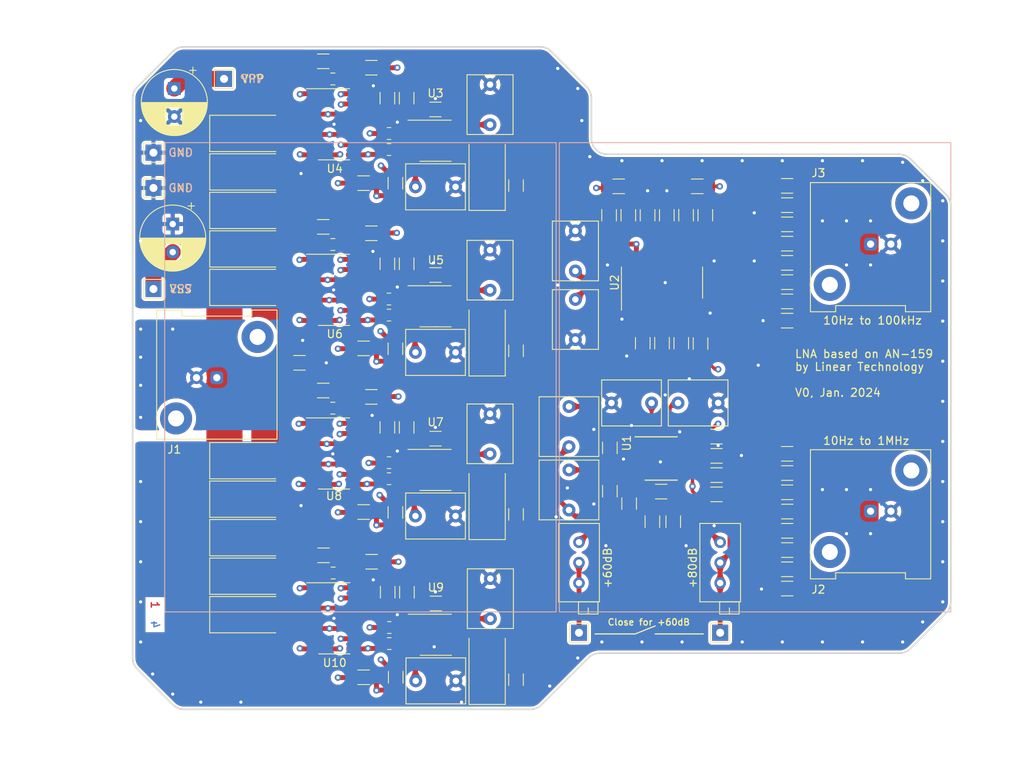
<source format=kicad_pcb>
(kicad_pcb (version 20221018) (generator pcbnew)
  (title_block (title "LNA_1MHz") (date "2024-02-08") (rev "V0") (comment 1 "Design based on Linear Technology AN-159") (comment 4 "Low Noise Amplifier 10Hz to 1MHz"))
  (layers (0 "F.Cu" mixed) (1 "In1.Cu" power "In1.CuGND") (2 "In2.Cu" mixed) (31 "B.Cu" power "B.CuGND") (34 "B.Paste" user) (35 "F.Paste" user) (36 "B.SilkS" user "B.Silkscreen") (37 "F.SilkS" user "F.Silkscreen") (38 "B.Mask" user) (39 "F.Mask" user) (44 "Edge.Cuts" user))
  (net 0 "")
  (net 1 "Net-(J1-In)")
  (net 2 "/Input_stage_1/IN")
  (net 3 "Net-(C4-Pad1)")
  (net 4 "Net-(C4-Pad2)")
  (net 5 "Net-(U1B-+)")
  (net 6 "Net-(U2B--)")
  (net 7 "Net-(C12-Pad2)")
  (net 8 "Net-(U2D--)")
  (net 9 "Net-(C14-Pad2)")
  (net 10 "Net-(J2-In)")
  (net 11 "Net-(U2B-+)")
  (net 12 "GND")
  (net 13 "Net-(U2D-+)")
  (net 14 "Net-(U2C--)")
  (net 15 "Net-(J3-In)")
  (net 16 "Net-(C26-Pad2)")
  (net 17 "Net-(U1D--)")
  (net 18 "Net-(C27-Pad2)")
  (net 19 "Net-(U2C-+)")
  (net 20 "Net-(U1D-+)")
  (net 21 "VPP")
  (net 22 "VSS")
  (net 23 "Net-(U3A--)")
  (net 24 "/Input_stage_1/OUT")
  (net 25 "Net-(U5A--)")
  (net 26 "/Input_stage_2/OUT")
  (net 27 "Net-(U7A--)")
  (net 28 "/Input_stage_3/OUT")
  (net 29 "Net-(U9A--)")
  (net 30 "/Input_stage_4/OUT")
  (net 31 "Net-(U1C--)")
  (net 32 "Net-(R1-Pad2)")
  (net 33 "Net-(U1A--)")
  (net 34 "Net-(U1B--)")
  (net 35 "Net-(R5-Pad2)")
  (net 36 "Net-(H5-Pad1)")
  (net 37 "Net-(U3A-+)")
  (net 38 "Net-(U5A-+)")
  (net 39 "Net-(U7A-+)")
  (net 40 "Net-(U9A-+)")
  (net 41 "Net-(H6-Pad1)")
  (net 42 "Net-(U2A--)")
  (net 43 "Net-(U4A-C)")
  (net 44 "Net-(U4C-C)")
  (net 45 "Net-(U6A-C)")
  (net 46 "Net-(U6C-C)")
  (net 47 "Net-(U8A-C)")
  (net 48 "Net-(U8C-C)")
  (net 49 "Net-(U10A-C)")
  (net 50 "Net-(U10C-C)")
  (net 51 "Net-(U4C-B)")
  (net 52 "Net-(U4A-E)")
  (net 53 "Net-(U4B-E)")
  (net 54 "Net-(U6C-B)")
  (net 55 "Net-(U6A-E)")
  (net 56 "Net-(U6B-E)")
  (net 57 "Net-(U8C-B)")
  (net 58 "Net-(U8A-E)")
  (net 59 "Net-(U8B-E)")
  (net 60 "Net-(U10C-B)")
  (net 61 "Net-(U10A-E)")
  (net 62 "Net-(U10B-E)")
  (net 63 "Net-(U3A-OUT)")
  (net 64 "Net-(U5A-OUT)")
  (net 65 "Net-(U7A-OUT)")
  (net 66 "Net-(U9A-OUT)")
  (footprint "Resistor_SMD:R_0805_2012Metric_Pad1.20x1.40mm_HandSolder" (layer "F.Cu") (at 135.5625 85.25)
    (fp_text reference "R32" hide)
    (fp_text value "499")
  )
  (footprint "Package_SO:SOIC-14_3.9x8.7mm_P1.27mm" (layer "F.Cu") (at 128.7125 104.5)
    (fp_text reference "U8")
    (fp_text value "THAT300S14-U")
  )
  (footprint "Capacitor_SMD:C_1206_3216Metric_Pad1.33x1.80mm_HandSolder" (layer "F.Cu") (at 172 90.75 -90)
    (fp_text reference "C12" hide)
    (fp_text value "150pF")
  )
  (footprint "Capacitor_Tantalum_SMD:CP_EIA-7343-30_AVX-N_Pad2.25x2.55mm_HandSolder" (layer "F.Cu") (at 117.8 79)
    (fp_text reference "C6" hide)
    (fp_text value "68uF 20V")
  )
  (footprint "Capacitor_SMD:C_1206_3216Metric_Pad1.33x1.80mm_HandSolder" (layer "F.Cu") (at 185.2 104.541 180)
    (fp_text reference "C19" hide)
    (fp_text value "100uF 6V3")
  )
  (footprint "User_footprint:BNC_TycoElect_5227" (layer "F.Cu") (at 114.1 95.05 180)
    (fp_text reference "J1")
    (fp_text value "Conn_Coaxial")
  )
  (footprint "Resistor_SMD:R_1206_3216Metric_Pad1.30x1.75mm_HandSolder" (layer "F.Cu") (at 127.3625 55.61 180)
    (fp_text reference "R22" hide)
    (fp_text value "4k02")
  )
  (footprint "Package_SO:SSOP-16_3.9x4.9mm_P0.635mm" (layer "F.Cu") (at 169.5 105.15)
    (fp_text reference "U1")
    (fp_text value "LT6232CGN")
  )
  (footprint "Capacitor_SMD:C_1206_3216Metric_Pad1.33x1.80mm_HandSolder" (layer "F.Cu") (at 185.21 116.541 180)
    (fp_text reference "C22" hide)
    (fp_text value "100uF 6V3")
  )
  (footprint "Capacitor_SMD:C_1206_3216Metric_Pad1.33x1.80mm_HandSolder" (layer "F.Cu") (at 185.2 109.341 180)
    (fp_text reference "C17" hide)
    (fp_text value "100uF 6V3")
  )
  (footprint "Capacitor_SMD:C_1206_3216Metric_Pad1.33x1.80mm_HandSolder" (layer "F.Cu") (at 141.3625 61.61)
    (fp_text reference "C39" hide)
    (fp_text value "22pF")
  )
  (footprint "User_footprint:Hammond_1590BBS" (layer "F.Cu") (at 154.9 95.05)
    (fp_text reference "M1" hide)
    (fp_text value "Hammond_1590BBS")
  )
  (footprint "Resistor_SMD:R_1206_3216Metric_Pad1.30x1.75mm_HandSolder" (layer "F.Cu") (at 133.3625 97.45 180)
    (fp_text reference "R39" hide)
    (fp_text value "4k02")
  )
  (footprint "Resistor_SMD:R_1206_3216Metric_Pad1.30x1.75mm_HandSolder" (layer "F.Cu") (at 133.3625 77.05 180)
    (fp_text reference "R31" hide)
    (fp_text value "4k02")
  )
  (footprint "Capacitor_THT:CP_Radial_D8.0mm_P3.50mm" (layer "F.Cu") (at 108.6 75.9 -90)
    (fp_text reference "C59" hide)
    (fp_text value "180uF 25V")
  )
  (footprint "Capacitor_SMD:C_0805_2012Metric_Pad1.18x1.45mm_HandSolder" (layer "F.Cu") (at 128.6 119.4)
    (fp_text reference "C56" hide)
    (fp_text value "300pF")
  )
  (footprint "Resistor_SMD:R_1206_3216Metric_Pad1.30x1.75mm_HandSolder" (layer "F.Cu") (at 132.4 70.8)
    (fp_text reference "R27" hide)
    (fp_text value "4k02")
  )
  (footprint "Resistor_SMD:R_1206_3216Metric_Pad1.30x1.75mm_HandSolder" (layer "F.Cu") (at 124.4 93.2)
    (fp_text reference "R11" hide)
    (fp_text value "499")
  )
  (footprint "Capacitor_THT:C_Rect_L7.2mm_W5.5mm_P5.00mm_FKS2_FKP2_MKS2_MKP2" (layer "F.Cu") (at 148.1625 79.15 -90)
    (fp_text reference "C47" hide)
    (fp_text value "1uF")
  )
  (footprint "TestPoint:TestPoint_THTPad_2.0x2.0mm_Drill1.0mm" (layer "F.Cu") (at 106.2 71.4)
    (fp_text reference "H2" hide)
    (fp_text value "~")
  )
  (footprint "TestPoint:TestPoint_THTPad_2.0x2.0mm_Drill1.0mm" (layer "F.Cu") (at 115 57.8)
    (fp_text reference "H1" hide)
    (fp_text value "~")
  )
  (footprint "Package_SO:SO-8_3.9x4.9mm_P1.27mm" (layer "F.Cu") (at 141.4 127.1)
    (fp_text reference "U9")
    (fp_text value "LT1818CS8")
  )
  (footprint "Capacitor_SMD:C_1206_3216Metric_Pad1.33x1.80mm_HandSolder" (layer "F.Cu") (at 167.8 74.8 90)
    (fp_text reference "C31" hide)
    (fp_text value "1000pF")
  )
  (footprint "Capacitor_SMD:C_1206_3216Metric_Pad1.33x1.80mm_HandSolder" (layer "F.Cu") (at 170.2 74.8 90)
    (fp_text reference "C30" hide)
    (fp_text value "220pF")
  )
  (footprint "User_footprint:BNC_TycoElect_5227" (layer "F.Cu") (at 195.6 111.7)
    (fp_text reference "J2")
    (fp_text value "Conn_Coaxial")
  )
  (footprint "Resistor_SMD:R_1206_3216Metric_Pad1.30x1.75mm_HandSolder" (layer "F.Cu") (at 176.4 107.2 180)
    (fp_text reference "R15" hide)
    (fp_text value "1k24")
  )
  (footprint "Resistor_SMD:R_0805_2012Metric_Pad1.20x1.40mm_HandSolder" (layer "F.Cu") (at 135.5625 66.61)
    (fp_text reference "R25" hide)
    (fp_text value "499")
  )
  (footprint "Capacitor_SMD:C_1206_3216Metric_Pad1.33x1.80mm_HandSolder" (layer "F.Cu") (at 175 74.8 90)
    (fp_text reference "C26" hide)
    (fp_text value "1500pF")
  )
  (footprint "Resistor_SMD:R_1206_3216Metric_Pad1.30x1.75mm_HandSolder" (layer "F.Cu") (at 136.3625 70.81 -90)
    (fp_text reference "R28" hide)
    (fp_text value "4k02")
  )
  (footprint "Resistor_SMD:R_0805_2012Metric_Pad1.20x1.40mm_HandSolder" (layer "F.Cu") (at 135.6 126.2)
    (fp_text reference "R48" hide)
    (fp_text value "499")
  )
  (footprint "Capacitor_Tantalum_SMD:CP_EIA-7343-30_AVX-N_Pad2.25x2.55mm_HandSolder" (layer "F.Cu") (at 117.8 115)
    (fp_text reference "C10" hide)
    (fp_text value "68uF 20V")
  )
  (footprint "Resistor_SMD:R_1206_3216Metric_Pad1.30x1.75mm_HandSolder" (layer "F.Cu") (at 127.3625 96.65 180)
    (fp_text reference "R38" hide)
    (fp_text value "4k02")
  )
  (footprint "Resistor_SMD:R_1206_3216Metric_Pad1.30x1.75mm_HandSolder" (layer "F.Cu") (at 169.6 90.75 90)
    (fp_text reference "R13" hide)
    (fp_text value "2k15")
  )
  (footprint "Capacitor_SMD:C_1206_3216Metric_Pad1.33x1.80mm_HandSolder" (layer "F.Cu") (at 176.4 102.4)
    (fp_text reference "C14" hide)
    (fp_text value "120pF")
  )
  (footprint "Capacitor_THT:C_Rect_L7.2mm_W5.5mm_P5.00mm_FKS2_FKP2_MKS2_MKP2" (layer "F.Cu") (at 158.8 76.75 -90)
    (fp_text reference "C38" hide)
    (fp_text value "1uF")
  )
  (footprint "Resistor_SMD:R_1206_3216Metric_Pad1.30x1.75mm_HandSolder" (layer "F.Cu") (at 137.7625 101.25 -90)
    (fp_text reference "R42" hide)
    (fp_text value "249")
  )
  (footprint "Capacitor_SMD:C_1206_3216Metric_Pad1.33x1.80mm_HandSolder" (layer "F.Cu") (at 185.2 118.941 180)
    (fp_text reference "C21" hide)
    (fp_text value "100uF 6V3")
  )
  (footprint "Package_SO:SO-8_3.9x4.9mm_P1.27mm" (layer "F.Cu") (at 141.3625 86.15)
    (fp_text reference "U5")
    (fp_text value "LT1818CS8")
  )
  (footprint "Capacitor_Tantalum_SMD:CP_EIA-7343-30_AVX-N_Pad2.25x2.55mm_HandSolder" (layer "F.Cu") (at 147.8 69.61 90)
    (fp_text reference "C40" hide)
    (fp_text value "330uF 6V3")
  )
  (footprint "Resistor_SMD:R_0805_2012Metric_Pad1.20x1.40mm_HandSolder" (layer "F.Cu") (at 135.5625 107.65)
    (fp_text reference "R41" hide)
    (fp_text value "499")
  )
  (footprint "Capacitor_SMD:C_1206_3216Metric_Pad1.33x1.80mm_HandSolder" (layer "F.Cu") (at 141.3625 102.65)
    (fp_text reference "C49" hide)
    (fp_text value "22pF")
  )
  (footprint "Capacitor_SMD:C_1206_3216Metric_Pad1.33x1.80mm_HandSolder" (layer "F.Cu") (at 185.2 71.141)
    (fp_text reference "C29" hide)
    (fp_text value "100uF 6V3")
  )
  (footprint "Resistor_SMD:R_1206_3216Metric_Pad1.30x1.75mm_HandSolder" (layer "F.Cu") (at 137.7625 60.21 -90)
    (fp_text reference "R26" hide)
    (fp_text value "249")
  )
  (footprint "Resistor_SMD:R_1206_3216Metric_Pad1.30x1.75mm_HandSolder" (layer "F.Cu") (at 135.3625 80.85 90)
    (fp_text reference "R37" hide)
    (fp_text value "10")
  )
  (footprint "Capacitor_Tantalum_SMD:CP_EIA-7343-30_AVX-N_Pad2.25x2.55mm_HandSolder" (layer "F.Cu") (at 117.8 64.6)
    (fp_text reference "C1" hide)
    (fp_text value "68uF 20V")
  )
  (footprint "Resistor_SMD:R_1206_3216Metric_Pad1.30x1.75mm_HandSolder" (layer "F.Cu") (at 135.3625 101.25 90)
    (fp_text reference "R45" hide)
    (fp_text value "10")
  )
  (footprint "Capacitor_THT:C_Rect_L7.2mm_W7.2mm_P5.00mm_FKS2_FKP2_MKS2_MKP2" (layer "F.Cu") (at 158 111.55 90)
    (fp_text reference "C5" hide)
    (fp_text value "4u7F 50V")
  )
  (footprint "Capacitor_THT:C_Rect_L7.2mm_W5.5mm_P5.00mm_FKS2_FKP2_MKS2_MKP2" (layer "F.Cu") (at 143.9 132.85 180)
    (fp_text reference "C58" hide)
    (fp_text value "1uF")
  )
  (footprint "Resistor_SMD:R_1206_3216Metric_Pad1.30x1.75mm_HandSolder" (layer "F.Cu") (at 176.4 109.6)
    (fp_text reference "R14" hide)
    (fp_text value "1k69")
  )
  (footprint "Resistor_SMD:R_1206_3216Metric_Pad1.30x1.75mm_HandSolder" (layer "F.Cu") (at 164.2 71.2)
    (fp_text reference "R19" hide)
    (fp_text value "1k69")
  )
  (footprint "Resistor_SMD:R_1206_3216Metric_Pad1.30x1.75mm_HandSolder" (layer "F.Cu") (at 185.2 87.941)
    (fp_text reference "R21" hide)
    (fp_text value "49R9")
  )
  (footprint "Package_SO:SOIC-14_3.9x8.7mm_P1.27mm" (layer "F.Cu") (at 128.75 125.05)
    (fp_text reference "U10")
    (fp_text value "THAT300S14-U")
  )
  (footprint "Capacitor_Tantalum_SMD:CP_EIA-7343-30_AVX-N_Pad2.25x2.55mm_HandSolder" (layer "F.Cu") (at 117.8 69.4)
    (fp_text reference "C2" hide)
    (fp_text value "68uF 20V")
  )
  (footprint "Capacitor_SMD:C_1206_3216Metric_Pad1.33x1.80mm_HandSolder" (layer "F.Cu") (at 176.4 104.8)
    (fp_text reference "C23" hide)
    (fp_text value "100pF")
  )
  (footprint "Capacitor_SMD:C_1206_3216Metric_Pad1.33x1.80mm_HandSolder" (layer "F.Cu") (at 185.2 75.941)
    (fp_text reference "C33" hide)
    (fp_text value "100uF 6V3")
  )
  (footprint "Capacitor_Tantalum_SMD:CP_EIA-7343-30_AVX-N_Pad2.25x2.55mm_HandSolder" (layer "F.Cu") (at 117.8 124.6)
    (fp_text reference "C13" hide)
    (fp_text value "68uF 20V")
  )
  (footprint "Resistor_SMD:R_1206_3216Metric_Pad1.30x1.75mm_HandSolder" (layer "F.Cu") (at 151.4 91.7 90)
    (fp_text reference "R7" hide)
    (fp_text value "100")
  )
  (footprint "TestPoint:TestPoint_THTPad_2.0x2.0mm_Drill1.0mm" (layer "F.Cu") (at 106.2 84)
    (fp_text reference "H4" hide)
    (fp_text value "~")
  )
  (footprint "Resistor_SMD:R_1206_3216Metric_Pad1.30x1.75mm_HandSolder" (layer "F.Cu") (at 168.4 113 -90)
    (fp_text reference "R5" hide)
    (fp_text value "100")
  )
  (footprint "Resistor_SMD:R_1206_3216Metric_Pad1.30x1.75mm_HandSolder" (layer "F.Cu") (at 127.3625 76.25 180)
    (fp_text reference "R30" hide)
    (fp_text value "4k02")
  )
  (footprint "Package_SO:SO-16_3.9x9.9mm_P1.27mm" (layer "F.Cu") (at 169.6 83.2 90)
    (fp_text reference "U2")
    (fp_text value "LT1365CS")
  )
  (footprint "Resistor_SMD:R_1206_3216Metric_Pad1.30x1.75mm_HandSolder" (layer "F.Cu") (at 132.4 91.4)
    (fp_text reference "R35" hide)
    (fp_text value "4k02")
  )
  (footprint "Capacitor_SMD:C_0805_2012Metric_Pad1.18x1.45mm_HandSolder" (layer "F.Cu") (at 128.5625 98.85)
    (fp_text reference "C51" hide)
    (fp_text value "300pF")
  )
  (footprint "Resistor_SMD:R_1206_3216Metric_Pad1.30x1.75mm_HandSolder" (layer "F.Cu") (at 174 71.2 180)
    (fp_text reference "R17" hide)
    (fp_text value "4k02")
  )
  (footprint "Capacitor_SMD:C_1206_3216Metric_Pad1.33x1.80mm_HandSolder" (layer "F.Cu") (at 185.2 80.741)
    (fp_text reference "C25" hide)
    (fp_text value "100uF 6V3")
  )
  (footprint "Capacitor_Tantalum_SMD:CP_EIA-7343-30_AVX-N_Pad2.25x2.55mm_HandSolder" (layer "F.Cu") (at 147.8 110.65 90)
    (fp_text reference "C50" hide)
    (fp_text value "330uF 6V3")
  )
  (footprint "Resistor_SMD:R_1206_3216Metric_Pad1.30x1.75mm_HandSolder" (layer "F.Cu") (at 133.3625 56.41 180)
    (fp_text reference "R23" hide)
    (fp_text value "4k02")
  )
  (footprint "Capacitor_Tantalum_SMD:CP_EIA-7343-30_AVX-N_Pad2.25x2.55mm_HandSolder" (layer "F.Cu") (at 117.8 74.2)
    (fp_text reference "C3" hide)
    (fp_text value "68uF 20V")
  )
  (footprint "Capacitor_THT:C_Rect_L7.2mm_W5.5mm_P5.00mm_FKS2_FKP2_MKS2_MKP2" (layer "F.Cu") (at 158.8 90.3 90)
    (fp_text reference "C37" hide)
    (fp_text value "1uF")
  )
  (footprint "Package_SO:SOIC-14_3.9x8.7mm_P1.27mm" (layer "F.Cu") (at 128.7125 63.46)
    (fp_text reference "U4")
    (fp_text value "THAT300S14-U")
  )
  (footprint "Potentiometer_THT:Potentiometer_Bourns_3296X_Horizontal" (layer "F.Cu") (at 159.25 115.57 90)
    (fp_text reference "RV2" hide)
    (fp_text value "200")
  )
  (footprint "Capacitor_Tantalum_SMD:CP_EIA-7343-30_AVX-N_Pad2.25x2.55mm_HandSolder" (layer "F.Cu") (at 117.8 83.8)
    (fp_text reference "C7" hide)
    (fp_text value "68uF 20V")
  )
  (footprint "TestPoint:TestPoint_THTPad_2.0x2.0mm_Drill1.0mm" (layer "F.Cu") (at 176.85 126.85)
    (fp_text reference "H6" hide)
    (fp_text value "~")
  )
  (footprint "Package_SO:SO-8_3.9x4.9mm_P1.27mm" (layer "F.Cu") (at 141.3625 106.55)
    (fp_text reference "U7")
    (fp_text value "LT1818CS8")
  )
  (footprint "Resistor_SMD:R_1206_3216Metric_Pad1.30x1.75mm_HandSolder" (layer "F.Cu") (at 135.4 121.8 90)
    (fp_text reference "R53" hide)
    (fp_text value "10")
  )
  (footprint "User_footprint:BNC_TycoElect_5227" (layer "F.Cu") (at 195.6 78.4)
    (fp_text reference "J3")
    (fp_text value "Conn_Coaxial")
  )
  (footprint "Capacitor_SMD:C_0805_2012Metric_Pad1.18x1.45mm_HandSolder" (layer "F.Cu") (at 128.5625 57.81)
    (fp_text reference "C41" hide)
    (fp_text value "300pF")
  )
  (footprint "Capacitor_SMD:C_1206_3216Metric_Pad1.33x1.80mm_HandSolder" (layer "F.Cu") (at 185.2 85.541)
    (fp_text reference "C28" hide)
    (fp_text value "100uF 6V3")
  )
  (footprint "Capacitor_THT:C_Rect_L7.2mm_W5.5mm_P5.00mm_FKS2_FKP2_MKS2_MKP2" (layer "F.Cu") (at 148.2 120.1 -90)
    (fp_text reference "C57" hide)
    (fp_text value "1uF")
  )
  (footprint "User_footprint:Multicomp, 1MS1T1B5M1QE" (layer "F.Cu") (at 174.5 135 90)
    (fp_text reference "M5" hide)
    (fp_text value "Switch SPDT")
  )
  (footprint "User_footprint:Multicomp, 1MD1T1B5M1QE" (layer "F.Cu") (at 174.5 54.8 180)
    (fp_text reference "M4" hide)
    (fp_text value "Switch DPDT")
  )
  (footprint "Capacitor_SMD:C_0805_2012Metric_Pad1.18x1.45mm_HandSolder" (layer "F.Cu") (at 128.5625 78.45)
    (fp_text reference "C46" hide)
    (fp_text value "300pF")
  )
  (footprint "Resistor_SMD:R_1206_3216Metric_Pad1.30x1.75mm_HandSolder" (layer "F.Cu") (at 165.4 74.8 -90)
    (fp_text reference "R20" hide)
    (fp_text value "1k24")
  )
  (footprint "Capacitor_Tantalum_SMD:CP_EIA-7343-30_AVX-N_Pad2.25x2.55mm_HandSolder" (layer "F.Cu") (at 147.8 90.25 90)
    (fp_text reference "C45" hide)
    (fp_text value "330uF 6V3")
  )
  (footprint "Capacitor_Tantalum_SMD:CP_EIA-7343-30_AVX-N_Pad2.25x2.55mm_HandSolder" (layer "F.Cu") (at 117.8 110.2)
    (fp_text reference "C9" hide)
    (fp_text value "68uF 20V")
  )
  (footprint "Capacitor_THT:C_Rect_L7.2mm_W5.5mm_P5.00mm_FKS2_FKP2_MKS2_MKP2" (layer "F.Cu") (at 143.8625 91.9 180)
    (fp_text reference "C48" hide)
    (fp_text value "1uF")
  )
  (footprint "Capacitor_SMD:C_1206_3216Metric_Pad1.33x1.80mm_HandSolder" (layer "F.Cu") (at 185.21 111.741 180)
    (fp_text reference "C16" hide)
    (fp_text value "100uF 6V3")
  )
  (footprint "Resistor_SMD:R_0805_2012Metric_Pad1.20x1.40mm_HandSolder" (layer "F.Cu") (at 135.5625 64.61)
    (fp_text reference "R24" hide)
    (fp_text value "499")
  )
  (footprint "Capacitor_THT:C_Rect_L7.2mm_W7.2mm_P5.00mm_FKS2_FKP2_MKS2_MKP2" (layer "F.Cu") (at 158 98.65 -90)
    (fp_text reference "C4" hide)
    (fp_text value "4u7F 50V")
  )
  (footprint "Capacitor_SMD:C_1206_3216Metric_Pad1.33x1.80mm_HandSolder" (layer "F.Cu") (at 167.2 90.75 -90)
    (fp_text reference "C18" hide)
    (fp_text value "22pF")
  )
  (footprint "Resistor_SMD:R_1206_3216Metric_Pad1.30x1.75mm_HandSolder" (layer "F.Cu") (at 136.4 132.4 -90)
    (fp_text reference "R52" hide)
    (fp_text value "4k02")
  )
  (footprint "Capacitor_SMD:C_1206_3216Metric_Pad1.33x1.80mm_HandSolder" (layer "F.Cu") (at 185.21 106.941 180)
    (fp_text reference "C20" hide)
    (fp_text value "100uF 6V3")
  )
  (footprint "Resistor_SMD:R_1206_3216Metric_Pad1.30x1.75mm_HandSolder" (layer "F.Cu") (at 132.4 132.4)
    (fp_text reference "R51" hide)
    (fp_text value "4k02")
  )
  (footprint "Capacitor_SMD:C_1206_3216Metric_Pad1.33x1.80mm_HandSolder" (layer "F.Cu") (at 185.2 83.141)
    (fp_text reference "C34" hide)
    (fp_text value "100uF 6V3")
  )
  (footprint "Resistor_SMD:R_1206_3216Metric_Pad1.30x1.75mm_HandSolder" (layer "F.Cu") (at 151.4 112.1 90)
    (fp_text reference "R9" hide)
    (fp_text value "100")
  )
  (footprint "Capacitor_SMD:C_1206_3216Metric_Pad1.33x1.80mm_HandSolder" (layer "F.Cu") (at 163 74.8 90)
    (fp_text reference "C27" hide)
    (fp_text value "1200pF")
  )
  (footprint "Resistor_SMD:R_1206_3216Metric_Pad1.30x1.75mm_HandSolder" (layer "F.Cu") (at 127.4 117.2 180)
    (fp_text reference "R46" hide)
    (fp_text value "4k02")
  )
  (footprint "Resistor_SMD:R_1206_3216Metric_Pad1.30x1.75mm_HandSolder" (layer "F.Cu") (at 163.1 109.2 90)
    (fp_text reference "R8" hide)
    (fp_text value "5k76")
  )
  (footprint "TestPoint:TestPoint_THTPad_2.0x2.0mm_Drill1.0mm" (layer "F.Cu") (at 159.25 126.85)
    (fp_text reference "H5" hide)
    (fp_text value "~")
  )
  (footprint "Resistor_SMD:R_1206_3216Metric_Pad1.30x1.75mm_HandSolder" (layer "F.Cu") (at 171 113 -90)
    (fp_text reference "R1" hide)
    (fp_text value "1k5")
  )
  (footprint "Package_SO:SO-8_3.9x4.9mm_P1.27mm" (layer "F.Cu") (at 141.3625 65.51)
    (fp_text reference "U3")
    (fp_text value "LT1818CS8")
  )
  (footprint "Resistor_SMD:R_0805_2012Metric_Pad1.20x1.40mm_HandSolder" (layer "F.Cu") (at 135.5625 105.65)
    (fp_text reference "R40" hide)
    (fp_text value "499")
  )
  (footprint "Resistor_SMD:R_1206_3216Metric_Pad1.30x1.75mm_HandSolder" (layer "F.Cu") (at 135.3625 60.21 90)
    (fp_text reference "R29" hide)
    (fp_text value "10")
  )
  (footprint "Capacitor_THT:C_Rect_L7.2mm_W5.5mm_P5.00mm_FKS2_FKP2_MKS2_MKP2" (layer "F.Cu") (at 163.3 98.2)
    (fp_text reference "C35" hide)
    (fp_text value "1uF")
  )
  (footprint "Resistor_SMD:R_1206_3216Metric_Pad1.30x1.75mm_HandSolder" (layer "F.Cu") (at 163.1 103.8 90)
    (fp_text reference "R2" hide)
    (fp_text value "511")
  )
  (footprint "Resistor_SMD:R_0805_2012Metric_Pad1.20x1.40mm_HandSolder" (layer "F.Cu") (at 135.5625 87.25)
    (fp_text reference "R33" hide)
    (fp_text value "499")
  )
  (footprint "Capacitor_THT:C_Rect_L7.2mm_W5.5mm_P5.00mm_FKS2_FKP2_MKS2_MKP2" (layer "F.Cu") (at 148.1625 58.51 -90)
    (fp_text reference "C42" hide)
    (fp_text value "1uF")
  )
  (footprint "Resistor_SMD:R_1206_3216Metric_Pad1.30x1.75mm_HandSolder" (layer "F.Cu") (at 133.4 118 180)
    (fp_text reference "R47" hide)
    (fp_text value "4k02")
  )
  (footprint "Capacitor_SMD:C_1206_3216Metric_Pad1.33x1.80mm_HandSolder" (layer "F.Cu") (at 141.4 123.2)
    (fp_text reference "C54" hide)
    (fp_text value "22pF")
  )
  (footprint "Capacitor_THT:C_Rect_L7.2mm_W5.5mm_P5.00mm_FKS2_FKP2_MKS2_MKP2" (layer "F.Cu") (at 148.1625 99.55 -90)
    (fp_text reference "C52" hide)
    (fp_text value "1uF")
  )
  (footprint "Capacitor_Tantalum_SMD:CP_EIA-7343-30_AVX-N_Pad2.25x2.55mm_HandSolder" (layer "F.Cu") (at 117.8 119.8)
    (fp_text reference "C11" hide)
    (fp_text value "68uF 20V")
  )
  (footprint "Resistor_SMD:R_1206_3216Metric_Pad1.30x1.75mm_HandSolder" (layer "F.Cu") (at 137.7625 80.85 -90)
    (fp_text reference "R34" hide)
    (fp_text value "249")
  )
  (footprint "Potentiometer_THT:Potentiometer_Bourns_3296X_Horizontal" (layer "F.Cu") (at 176.85 115.57 90)
    (fp_text reference "RV1" hide)
    (fp_text value "1k")
  )
  (footprint "Capacitor_SMD:C_1206_3216Metric_Pad1.33x1.80mm_HandSolder" (layer "F.Cu") (at 185.2 78.341)
    (fp_text reference "C24" hide)
    (fp_text value "100uF 6V3")
  )
  (footprint "Capacitor_Tantalum_SMD:CP_EIA-7343-30_AVX-N_Pad2.25x2.55mm_HandSolder" (layer "F.Cu") (at 147.8 131.2 90)
    (fp_text reference "C55" hide)
    (fp_text value "330uF 6V3")
  )
  (footprint "TestPoint:TestPoint_THTPad_2.0x2.0mm_Drill1.0mm" (layer "F.Cu") (at 106.2 67)
    (fp_text reference "H3" hide)
    (fp_text value "~")
  )
  (footprint "Capacitor_SMD:C_1206_3216Metric_Pad1.33x1.80mm_HandSolder" (layer "F.Cu") (at 185.21 114.141 180)
    (fp_text reference "C15" hide)
    (fp_text value "100uF 6V3")
  )
  (footprint "Resistor_SMD:R_1206_3216Metric_Pad1.30x1.75mm_HandSolder" (layer "F.Cu") (at 132.4 111.8)
    (fp_text reference "R43" hide)
    (fp_text value "4k02")
  )
  (footprint "Capacitor_THT:C_Rect_L7.2mm_W5.5mm_P5.00mm_FKS2_FKP2_MKS2_MKP2" (layer "F.Cu") (at 143.8625 71.26 180)
    (fp_text reference "C43" hide)
    (fp_text value "1uF")
  )
  (footprint "Capacitor_SMD:C_1206_3216Metric_Pad1.33x1.80mm_HandSolder" (layer "F.Cu") (at 141.3625 82.25)
    (fp_text reference "C44" hide)
    (fp_text value "22pF")
  )
  (footprint "Capacitor_THT:C_Rect_L7.2mm_W5.5mm_P5.00mm_FKS2_FKP2_MKS2_MKP2" (layer "F.Cu") (at 143.8625 112.3 180)
    (fp_text reference "C53" hide)
    (fp_text value "1uF")
  )
  (footprint "Resistor_SMD:R_1206_3216Metric_Pad1.30x1.75mm_HandSolder" (layer "F.Cu") (at 137.8 121.8 -90)
    (fp_text reference "R50" hide)
    (fp_text value "249")
  )
  (footprint "Resistor_SMD:R_1206_3216Metric_Pad1.30x1.75mm_HandSolder" (layer "F.Cu") (at 174.4 90.8 90)
    (fp_text reference "R12" hide)
    (fp_text value "4k02")
  )
  (footprint "Capacitor_THT:C_Rect_L7.2mm_W5.5mm_P5.00mm_FKS2_FKP2_MKS2_MKP2" (layer "F.Cu") (at 176.6 98.2 180)
    (fp_text reference "C36" hide)
    (fp_text value "1uF")
  )
  (footprint "Resistor_SMD:R_1206_3216Metric_Pad1.30x1.75mm_HandSolder" (layer "F.Cu") (at 136.3625 111.85 -90)
    (fp_text reference "R44" hide)
    (fp_text value "4k02")
  )
  (footprint "Resistor_SMD:R_1206_3216Metric_Pad1.30x1.75mm_HandSolder" (layer "F.Cu") (at 172.6 74.8 -90)
    (fp_text reference "R18" hide)
    (fp_text value "2k15")
  )
  (footprint "Resistor_SMD:R_1206_3216Metric_Pad1.30x1.75mm_HandSolder" (layer "F.Cu") (at 151.4 132.7 90)
    (fp_text reference "R10" hide)
    (fp_text value "100")
  )
  (footprint "Resistor_SMD:R_1206_3216Metric_Pad1.30x1.75mm_HandSolder" (layer "F.Cu") (at 136.3625 91.45 -90)
    (fp_text reference "R36" hide)
    (fp_text value "4k02")
  )
  (footprint "Resistor_SMD:R_0805_2012Metric_Pad1.20x1.40mm_HandSolder" (layer "F.Cu") (at 135.6 128.2)
    (fp_text reference "R49" hide)
    (fp_text value "499")
  )
  (footprint "Capacitor_Tantalum_SMD:CP_EIA-7343-30_AVX-N_Pad2.25x2.55mm_HandSolder" (layer "F.Cu") (at 117.8 105.4)
    (fp_text reference "C8" hide)
    (fp_text value "68uF 20V")
  )
  (footprint "Resistor_SMD:R_1206_3216Metric_Pad1.30x1.75mm_HandSolder" (layer "F.Cu") (at 165.5 110.75 90)
    (fp_text reference "R4" hide)
    (fp_text value "2k")
  )
  (footprint "Resistor_SMD:R_1206_3216Metric_Pad1.30x1.75mm_HandSolder" (layer "F.Cu") (at 185.2 121.341)
    (fp_text reference "R16" hide)
    (fp_text value "49R9")
  )
  (footprint "Resistor_SMD:R_1206_3216Metric_Pad1.30x1.75mm_HandSolder" (layer "F.Cu") (at 169.5 109.25)
    (fp_text reference "R6" hide)
    (fp_text value "100")
  )
  (footprint "Capacitor_SMD:C_1206_3216Metric_Pad1.33x1.80mm_HandSolder" (layer "F.Cu") (at 185.2 73.541)
    (fp_text reference "C32" hide)
    (fp_text value "100uF 6V3")
  )
  (footprint "Package_SO:SOIC-14_3.9x8.7mm_P1.27mm" (layer "F.Cu") (at 128.7125 84.1)
    (fp_text reference "U6")
    (fp_text value "THAT300S14-U")
  )
  (footprint "Capacitor_THT:CP_Radial_D8.0mm_P3.50mm" (layer "F.Cu") (at 108.8 59 -90)
    (fp_text reference "C60" hide)
    (fp_text value "180uF 25V")
  )
  (footprint "Resistor_SMD:R_1206_3216Metric_Pad1.30x1.75mm_HandSolder" (layer "F.Cu") (at 151.4 71.1 90)
    (fp_text reference "R3" hide)
    (fp_text value "100")
  )
  (footprint "User_footprint:Battery_Holder_3x_AA_no_pin" (layer "B.Cu") (at 181.2 95 -90)
    (fp_text reference "M2" hide)
    (fp_text value "Battery_3x_AA")
  )
  (footprint "User_footprint:Battery_Holder_3x_AA_no_pin" (layer "B.Cu") (at 132 95 -90)
    (fp_text reference "M3" hide)
    (fp_text value "Battery_3x_AA")
  )
  (gr_line (start 166.25 127) (end 168.75 126) (stroke (width 0.15)) (layer "F.SilkS"))
  (gr_line (start 161.25 127) (end 166.25 127) (stroke (width 0.15)) (layer "F.SilkS"))
  (gr_line (start 168.75 127) (end 174.75 127) (stroke (width 0.15)) (layer "F.SilkS"))
  (gr_arc locked (start 162.8 67.2) (mid 161.385786 66.614214) (end 160.8 65.2) (stroke (width 0.2)) (layer "Edge.Cuts"))
  (gr_line locked (start 108.614213 54.385786) (end 104.185786 58.814214) (stroke (width 0.2)) (layer "Edge.Cuts"))
  (gr_line locked (start 160.8 65.2) (end 160.8 60.228427) (stroke (width 0.2)) (layer "Edge.Cuts"))
  (gr_arc locked (start 110.028427 136.4) (mid 109.26306 136.247759) (end 108.614213 135.814214) (stroke (width 0.2)) (layer "Edge.Cuts"))
  (gr_line locked (start 104.185786 131.385786) (end 108.614213 135.814214) (stroke (width 0.2)) (layer "Edge.Cuts"))
  (gr_arc locked (start 103.6 60.228427) (mid 103.75224 59.46306) (end 104.185786 58.814214) (stroke (width 0.2)) (layer "Edge.Cuts"))
  (gr_arc locked (start 108.614213 54.385786) (mid 109.26306 53.952241) (end 110.028427 53.8) (stroke (width 0.2)) (layer "Edge.Cuts"))
  (gr_line locked (start 110.028427 136.4) (end 153.171572 136.4) (stroke (width 0.2)) (layer "Edge.Cuts"))
  (gr_line locked (start 205.6 122.971573) (end 205.6 73.628427) (stroke (width 0.2)) (layer "Edge.Cuts"))
  (gr_line locked (start 205.014213 72.214214) (end 200.585786 67.785786) (stroke (width 0.2)) (layer "Edge.Cuts"))
  (gr_arc locked (start 160.214213 58.814214) (mid 160.647759 59.46306) (end 160.8 60.228427) (stroke (width 0.2)) (layer "Edge.Cuts"))
  (gr_arc locked (start 160.414213 129.985786) (mid 161.06306 129.552241) (end 161.828427 129.4) (stroke (width 0.2)) (layer "Edge.Cuts"))
  (gr_line locked (start 199.171572 67.2) (end 162.8 67.2) (stroke (width 0.2)) (layer "Edge.Cuts"))
  (gr_arc locked (start 200.585786 128.814214) (mid 199.936939 129.247759) (end 199.171572 129.4) (stroke (width 0.2)) (layer "Edge.Cuts"))
  (gr_arc locked (start 205.014213 72.214214) (mid 205.447759 72.86306) (end 205.6 73.628427) (stroke (width 0.2)) (layer "Edge.Cuts"))
  (gr_line locked (start 200.585786 128.814214) (end 205.014213 124.385786) (stroke (width 0.2)) (layer "Edge.Cuts"))
  (gr_line locked (start 154.585786 135.814214) (end 160.414213 129.985786) (stroke (width 0.2)) (layer "Edge.Cuts"))
  (gr_line locked (start 160.214213 58.814214) (end 155.785786 54.385786) (stroke (width 0.2)) (layer "Edge.Cuts"))
  (gr_line locked (start 154.371572 53.8) (end 110.028427 53.8) (stroke (width 0.2)) (layer "Edge.Cuts"))
  (gr_arc locked (start 205.6 122.971573) (mid 205.447759 123.73694) (end 205.014213 124.385786) (stroke (width 0.2)) (layer "Edge.Cuts"))
  (gr_line locked (start 161.828427 129.4) (end 199.171572 129.4) (stroke (width 0.2)) (layer "Edge.Cuts"))
  (gr_line locked (start 103.6 60.228427) (end 103.6 129.971573) (stroke (width 0.2)) (layer "Edge.Cuts"))
  (gr_arc locked (start 154.585786 135.814214) (mid 153.936939 136.247759) (end 153.171572 136.4) (stroke (width 0.2)) (layer "Edge.Cuts"))
  (gr_arc locked (start 199.171572 67.2) (mid 199.936939 67.352241) (end 200.585786 67.785786) (stroke (width 0.2)) (layer "Edge.Cuts"))
  (gr_arc locked (start 154.371572 53.8) (mid 155.136939 53.952241) (end 155.785786 54.385786) (stroke (width 0.2)) (layer "Edge.Cuts"))
  (gr_arc locked (start 104.185786 131.385786) (mid 103.75224 130.73694) (end 103.6 129.971573) (stroke (width 0.2)) (layer "Edge.Cuts"))
  (gr_text "1" (at 105.8 122.8 270) (layer "F.Cu") (effects (font (size 1 1) (thickness 0.16)) (justify left bottom)))
  (gr_text "4" (at 105.8 126.4 270) (layer "B.Cu") (effects (font (size 1 1) (thickness 0.16)) (justify left bottom mirror)))
  (gr_text "VPP" (at 118.4 57.8) (layer "B.SilkS") (effects (font (size 1 1)) (justify mirror)))
  (gr_text "GND" (at 109.6 67) (layer "B.SilkS") (effects (font (size 1 1)) (justify mirror)))
  (gr_text "VSS" (at 109.6 84) (layer "B.SilkS") (effects (font (size 1 1)) (justify mirror)))
  (gr_text "GND" (at 109.6 71.4) (layer "B.SilkS") (effects (font (size 1 1)) (justify mirror)))
  (gr_text "GND" (at 109.6 71.4) (layer "F.SilkS") (effects (font (size 1 1))))
  (gr_text "+80dB" (at 174 121.4 90) (layer "F.SilkS") (effects (font (size 1 1)) (justify left bottom)))
  (gr_text "10Hz to 100kHz" (at 189.6 88.5) (layer "F.SilkS") (effects (font (size 1 1)) (justify left bottom)))
  (gr_text "VPP" (at 118.6 57.8) (layer "F.SilkS") (effects (font (size 1 1))))
  (gr_text "Close for +60dB" (at 162.75 126) (layer "F.SilkS") (effects (font (size 0.8 0.8)) (justify left bottom)))
  (gr_text "GND" (at 109.6 67) (layer "F.SilkS") (effects (font (size 1 1))))
  (gr_text "+60dB" (at 163.4 121.4 90) (layer "F.SilkS") (effects (font (size 1 1)) (justify left bottom)))
  (gr_text "VSS" (at 109.6 84) (layer "F.SilkS") (effects (font (size 1 1))))
  (gr_text "LNA based on AN-159\nby Linear Technology\n\nV0, Jan. 2024" (at 186.1 97.5) (layer "F.SilkS") (effects (font (size 1 1)) (justify left bottom)))
  (gr_text "10Hz to 1MHz" (at 189.6 103.5) (layer "F.SilkS") (effects (font (size 1 1)) (justify left bottom)))
  (segment (start 126.2375 81.56) (end 122.44 81.56) (width 0.6) (layer "F.Cu") (net 2))
  (segment (start 122.28 60.92) (end 122.2 61) (width 0.6) (layer "F.Cu") (net 2))
  (segment (start 122.24 86.64) (end 122.2 86.6) (width 0.6) (layer "F.Cu") (net 2))
  (segment (start 121.59 127.59) (end 121 127) (width 0.6) (layer "F.Cu") (net 2))
  (segment (start 122.36 101.96) (end 122.2 101.8) (width 0.6) (layer "F.Cu") (net 2))
  (segment (start 122.4 81.6) (end 122.44 81.56) (width 0.6) (layer "F.Cu") (net 2))
  (segment (start 126.275 127.59) (end 121.59 127.59) (width 0.6) (layer "F.Cu") (net 2))
  (segment (start 122.4 66) (end 121 64.6) (width 0.6) (layer "F.Cu") (net 2))
  (segment (start 126.2375 107.04) (end 121.76 107.04) (width 0.6) (layer "F.Cu") (net 2))
  (segment (start 126.2375 101.96) (end 122.36 101.96) (width 0.6) (layer "F.Cu") (net 2))
  (segment (start 126.275 122.51) (end 121.31 122.51) (width 0.6) (layer "F.Cu") (net 2))
  (segment (start 126.2375 66) (end 122.4 66) (width 0.6) (layer "F.Cu") (net 2))
  (segment (start 121.31 122.51) (end 121 122.2) (width 0.6) (layer "F.Cu") (net 2))
  (segment (start 126.2375 86.64) (end 122.24 86.64) (width 0.6) (layer "F.Cu") (net 2))
  (segment (start 126.2375 60.92) (end 122.28 60.92) (width 0.6) (layer "F.Cu") (net 2))
  (segment (start 121.76 107.04) (end 121 107.8) (width 0.6) (layer "F.Cu") (net 2))
  (segment (start 163.1 102.25) (end 164.45 102.25) (width 0.4) (layer "F.Cu") (net 3))
  (segment (start 163.1 101.1) (end 160.65 98.65) (width 0.6) (layer "F.Cu") (net 3))
  (segment (start 165.1275 102.9275) (end 166.9 102.9275) (width 0.4) (layer "F.Cu") (net 3))
  (segment (start 160.65 98.65) (end 158 98.65) (width 0.6) (layer "F.Cu") (net 3))
  (segment (start 164.45 102.25) (end 165.1275 102.9275) (width 0.4) (layer "F.Cu") (net 3))
  (segment (start 163.1 102.25) (end 163.1 101.1) (width 0.6) (layer "F.Cu") (net 3))
  (segment (start 156.4 109.95) (end 158.75 112.3) (width 0.6) (layer "F.Cu") (net 4))
  (segment (start 158 103.65) (end 156.4 105.25) (width 0.6) (layer "F.Cu") (net 4))
  (segment (start 156.4 105.25) (end 156.4 109.95) (width 0.6) (layer "F.Cu") (net 4))
  (segment (start 158.75 112.3) (end 165.5 112.3) (width 0.6) (layer "F.Cu") (net 4))
  (segment (start 161.85 107.65) (end 160.75 106.55) (width 0.6) (layer "F.Cu") (net 5))
  (segment (start 163.1 107.65) (end 163.7175 107.65) (width 0.4) (layer "F.Cu") (net 5))
  (segment (start 163.1 107.65) (end 161.85 107.65) (width 0.6) (layer "F.Cu") (net 5))
  (segment (start 163.7175 107.65) (end 165.9 105.4675) (width 0.4) (layer "F.Cu") (net 5))
  (segment (start 160.75 106.55) (end 158 106.55) (width 0.6) (layer "F.Cu") (net 5))
  (segment (start 165.9 105.4675) (end 166.9 105.4675) (width 0.4) (layer "F.Cu") (net 5))
  (segment (start 175 84) (end 183.6 92.6) (width 1) (layer "F.Cu") (net 6))
  (segment (start 172 84) (end 171.505 84.495) (width 0.6) (layer "F.Cu") (net 6))
  (segment (start 171.505 88.6925) (end 172 89.1875) (width 0.6) (layer "F.Cu") (net 6))
  (segment (start 171.505 85.775) (end 171.505 88.6925) (width 0.6) (layer "F.Cu") (net 6))
  (segment (start 183.6 104.5035) (end 183.6375 104.541) (width 1) (layer "F.Cu") (net 6))
  (segment (start 173.4 84) (end 175 84) (width 1) (layer "F.Cu") (net 6))
  (segment (start 172.775 84.625) (end 172.775 85.775) (width 0.6) (layer "F.Cu") (net 6))
  (segment (start 173.4 84) (end 172 84) (width 0.6) (layer "F.Cu") (net 6))
  (segment (start 173.4 84) (end 172.775 84.625) (width 0.6) (layer "F.Cu") (net 6))
  (segment (start 183.6 92.6) (end 183.6 104.5035) (width 1) (layer "F.Cu") (net 6))
  (segment (start 171.505 84.495) (end 171.505 85.775) (width 0.6) (layer "F.Cu") (net 6))
  (segment (start 172 92.3125) (end 172 91.65) (width 0.6) (layer "F.Cu") (net 7))
  (segment (start 172 92.3125) (end 171.9875 92.3) (width 0.6) (layer "F.Cu") (net 7))
  (segment (start 171.9875 92.3) (end 169.6 92.3) (width 0.6) (layer "F.Cu") (net 7))
  (segment (start 172 91.65) (end 174.4 89.25) (width 0.6) (layer "F.Cu") (net 7))
  (segment (start 165.155 78.5175) (end 165.0375 78.4) (width 0.6) (layer "F.Cu") (net 8))
  (segment (start 166.4 78.4) (end 166.4 79.7625) (width 0.6) (layer "F.Cu") (net 8))
  (segment (start 166.425 79.7875) (end 166.425 80.625) (width 0.6) (layer "F.Cu") (net 8))
  (segment (start 166.4 79.7625) (end 166.425 79.7875) (width 0.6) (layer "F.Cu") (net 8))
  (segment (start 165.155 80.625) (end 165.155 78.5175) (width 0.6) (layer "F.Cu") (net 8))
  (segment (start 165.0375 78.4) (end 163 76.3625) (width 0.6) (layer "F.Cu") (net 8))
  (segment (start 166.4 78.4) (end 165.0375 78.4) (width 0.6) (layer "F.Cu") (net 8))
  (segment (start 175.55 71.2) (end 176.8 71.2) (width 0.4) (layer "F.Cu") (net 8))
  (via (at 166.4 78.4) (size 0.8) (drill 0.4) (layers "F.Cu" "B.Cu") (net 8))
  (via (at 176.8 71.2) (size 0.8) (drill 0.4) (layers "F.Cu" "B.Cu") (net 8))
  (segment (start 179.2 102.4) (end 180.6 103.8) (width 0.6) (layer "F.Cu") (net 9))
  (segment (start 177.9625 102.4) (end 179.2 102.4) (width 0.6) (layer "F.Cu") (net 9))
  (segment (start 179.2 107.2) (end 177.95 107.2) (width 0.6) (layer "F.Cu") (net 9))
  (segment (start 180.6 105.8) (end 179.2 107.2) (width 0.6) (layer "F.Cu") (net 9))
  (segment (start 180.6 103.8) (end 180.6 105.8) (width 0.6) (layer "F.Cu") (net 9))
  (segment (start 177.95 107.2) (end 177.95 109.6) (width 0.6) (layer "F.Cu") (net 9))
  (segment (start 170.235 88.565) (end 170.235 85.775) (width 0.6) (layer "F.Cu") (net 11))
  (segment (start 169.6 89.2) (end 170.235 88.565) (width 0.6) (layer "F.Cu") (net 11))
  (segment (start 169.5875 89.1875) (end 169.6 89.2) (width 0.6) (layer "F.Cu") (net 11))
  (segment (start 167.2 89.1875) (end 169.5875 89.1875) (width 0.6) (layer "F.Cu") (net 11))
  (segment (start 166.594999 87.75) (end 164.6 87.75) (width 0.6) (layer "F.Cu") (net 12))
  (segment (start 164.8 105.2) (end 165.8025 104.1975) (width 0.4) (layer "F.Cu") (net 12))
  (segment (start 178.0625 104.75) (end 179.5 104.75) (width 0.6) (layer "F.Cu") (net 12))
  (segment (start 126.225 125.05) (end 128.7 125.05) (width 0.6) (layer "F.Cu") (net 12))
  (segment (start 128.6625 84.11) (end 131.1375 84.11) (width 0.6) (layer "F.Cu") (net 12))
  (segment (start 165.8025 104.1975) (end 166.9 104.1975) (width 0.4) (layer "F.Cu") (net 12))
  (segment (start 163.1 110.75) (end 161.15 110.75) (width 0.6) (layer "F.Cu") (net 12))
  (segment (start 169.4825 105.4675) (end 172.1 105.4675) (width 0.4) (layer "F.Cu") (net 12))
  (segment (start 126.1875 84.11) (end 128.6625 84.11) (width 0.6) (layer "F.Cu") (net 12))
  (segment (start 133.5625 79.31) (end 135.3125 79.31) (width 0.6) (layer "F.Cu") (net 12))
  (segment (start 169.4 105.55) (end 169.4825 105.4675) (width 0.4) (layer "F.Cu") (net 12))
  (segment (start 167.8 73.2375) (end 167.8 71.75) (width 0.6) (layer "F.Cu") (net 12))
  (segment (start 167.695 86.649999) (end 166.594999 87.75) (width 0.6) (layer "F.Cu") (net 12))
  (segment (start 128.7125 63.46) (end 131.1875 63.46) (width 0.6) (layer "F.Cu") (net 12))
  (segment (start 170.2 73.2375) (end 170.2 71.75) (width 0.6) (layer "F.Cu") (net 12))
  (segment (start 133.4625 99.75) (end 135.2125 99.75) (width 0.6) (layer "F.Cu") (net 12))
  (segment (start 133.6 120.25) (end 135.35 120.25) (width 0.6) (layer "F.Cu") (net 12))
  (segment (start 167.695 85.775) (end 167.695 86.649999) (width 0.6) (layer "F.Cu") (net 12))
  (segment (start 183.65 87.941) (end 182.2 87.941) (width 0.6) (layer "F.Cu") (net 12))
  (segment (start 128.5625 104.55) (end 131.0375 104.55) (width 0.6) (layer "F.Cu") (net 12))
  (segment (start 126.0875 104.55) (end 128.5625 104.55) (width 0.6) (layer "F.Cu") (net 12))
  (segment (start 167.2 92.3125) (end 165.2375 92.3125) (width 0.6) (layer "F.Cu") (net 12))
  (segment (start 128.7 125.05) (end 131.175 125.05) (width 0.6) (layer "F.Cu") (net 12))
  (segment (start 133.6125 58.66) (end 135.3625 58.66) (width 0.6) (layer "F.Cu") (net 12))
  (segment (start 126.2375 63.46) (end 128.7125 63.46) (width 0.6) (layer "F.Cu") (net 12))
  (segment (start 165.2375 92.3125) (end 165.2 92.35) (width 0.6) (layer "F.Cu") (net 12))
  (segment (start 183.45 121.4) (end 182 121.4) (width 0.6) (layer "F.Cu") (net 12))
  (via (at 141.35 121.75) (size 0.8) (drill 0.4) (layers "F.Cu" "B.Cu") (net 12))
  (via (at 199.6 128) (size 0.8) (drill 0.4) (layers "F.Cu" "B.Cu") (net 12))
  (via (at 170 83.2) (size 0.8) (drill 0.4) (layers "F.Cu" "B.Cu") (net 12))
  (via (at 192.6 114.5) (size 0.8) (drill 0.4) (layers "F.Cu" "B.Cu") (net 12))
  (via (at 128.7 125.05) (size 0.8) (drill 0.4) (layers "F.Cu" "B.Cu") (net 12))
  (via (at 156.6 56.5) (size 0.8) (drill 0.4) (layers "F.Cu" "B.Cu") (net 12))
  (via (at 174.6 68) (size 0.8) (drill 0.4) (layers "F.Cu" "B.Cu") (net 12))
  (via (at 184.6 68) (size 0.8) (drill 0.4) (layers "F.Cu" "B.Cu") (net 12))
  (via (at 181.1 74.5) (size 0.8) (drill 0.4) (layers "F.Cu" "B.Cu") (net 12))
  (via (at 171.8 101.8) (size 0.8) (drill 0.4) (layers "F.Cu" "B.Cu") (net 12))
  (via (at 204.6 88) (size 0.8) (drill 0.4) (layers "F.Cu" "B.Cu") (net 12))
  (via (at 172.6 116) (size 0.8) (drill 0.4) (layers "F.Cu" "B.Cu") (net 12))
  (via (at 161.1 110.8) (size 0.8) (drill 0.4) (layers "F.Cu" "B.Cu") (net 12))
  (via (at 164.6 87.75) (size 0.8) (drill 0.4) (layers "F.Cu" "B.Cu") (net 12))
  (via (at 176.6 103.5) (size 0.8) (drill 0.4) (layers "F.Cu" "B.Cu") (net 12))
  (via (at 133.6 120.25) (size 0.8) (drill 0.4) (layers "F.Cu" "B.Cu") (net 12))
  (via (at 182.2 87.941) (size 0.8) (drill 0.4) (layers "F.Cu" "B.Cu") (net 12))
  (via (at 128.7125 63.46) (size 0.8) (drill 0.4) (layers "F.Cu" "B.Cu") (net 12))
  (via (at 159.1 130) (size 0.8) (drill 0.4) (layers "F.Cu" "B.Cu") (net 12))
  (via (at 136.6 104.2) (size 0.8) (drill 0.4) (layers "F.Cu" "B.Cu") (net 12))
  (via (at 141.2 128.6) (size 0.8) (drill 0.4) (layers "F.Cu" "B.Cu") (net 12))
  (via (at 141.35 101.25) (size 0.8) (drill 0.4) (layers "F.Cu" "B.Cu") (net 12))
  (via (at 189.6 128) (size 0.8) (drill 0.4) (layers "F.Cu" "B.Cu") (net 12))
  (via (at 104.6 128) (size 0.8) (drill 0.4) (layers "F.Cu" "B.Cu") (net 12))
  (via (at 204.6 113) (size 0.8) (drill 0.4) (layers "F.Cu" "B.Cu") (net 12))
  (via (at 108.6 89) (size 0.8) (drill 0.4) (layers "F.Cu" "B.Cu") (net 12))
  (via (at 204.6 123) (size 0.8) (drill 0.4) (layers "F.Cu" "B.Cu") (net 12))
  (via (at 104.6 63) (size 0.8) (drill 0.4) (layers "F.Cu" "B.Cu") (net 12))
  (via (at 112.1 135.5) (size 0.8) (drill 0.4) (layers "F.Cu" "B.Cu") (net 12))
  (via (at 160.6 67.5) (size 0.8) (drill 0.4) (layers "F.Cu" "B.Cu") (net 12))
  (via (at 127.75 93.2) (size 0.8) (drill 0.4) (layers "F.Cu" "B.Cu") (net 12))
  (via (at 104.6 113) (size 0.8) (drill 0.4) (layers "F.Cu" "B.Cu") (net 12))
  (via (at 159.1 59) (size 0.8) (drill 0.4) (layers "F.Cu" "B.Cu") (net 12))
  (via (at 204.6 78) (size 0.8) (drill 0.4) (layers "F.Cu" "B.Cu") (net 12))
  (via (at 195.6 81) (size 0.8) (drill 0.4) (layers "F.Cu" "B.Cu") (net 12))
  (via (at 182 121.4) (size 0.8) (drill 0.4) (layers "F.Cu" "B.Cu") (net 12))
  (via (at 104.6 89) (size 0.8) (drill 0.4) (layers "F.Cu" "B.Cu") (net 12))
  (via (at 199.6 68.2) (size 0.8) (drill 0.4) (layers "F.Cu" "B.Cu") (net 12))
  (via (at 204.6 93) (size 0.8) (drill 0.4) (layers "F.Cu" "B.Cu") (net 12))
  (via (at 204.6 98) (size 0.8) (drill 0.4) (layers "F.Cu" "B.Cu") (net 12))
  (via (at 157.8 108.8) (size 0.8) (drill 0.4) (layers "F.Cu" "B.Cu") (net 12))
  (via (at 192.6 109) (size 0.8) (drill 0.4) (layers "F.Cu" "B.Cu") (net 12))
  (via (at 176.1 80.5) (size 0.8) (drill 0.4) (layers "F.Cu" "B.Cu") (net 12))
  (via (at 136.6 83.75) (size 0.8) (drill 0.4) (layers "F.Cu" "B.Cu") (net 12))
  (via (at 104.6 96) (size 0.8) (drill 0.4) (layers "F.Cu" "B.Cu") (net 12))
  (via (at 169.6 68) (size 0.8) (drill 0.4) (layers "F.Cu" "B.Cu") (net 12))
  (via (at 128.5625 104.55) (size 0.8) (drill 0.4) (layers "F.Cu" "B.Cu") (net 12))
  (via (at 204.6 103) (size 0.8) (drill 0.4) (layers "F.Cu" "B.Cu") (net 12))
  (via (at 189.6 75.5) (size 0.8) (drill 0.4) (layers "F.Cu" "B.Cu") (net 12))
  (via (at 155.6 133.5) (size 0.8) (drill 0.4) (layers "F.Cu" "B.Cu") (net 12))
  (via (at 164.8 105.2) (size 0.8) (drill 0.4) (layers "F.Cu" "B.Cu") (net 12))
  (via (at 141.1 80.75) (size 0.8) (drill 0.4) (layers "F.Cu" "B.Cu") (net 12))
  (via (at 173 95.2) (size 0.8) (drill 0.4) (layers "F.Cu" "B.Cu") (net 12))
  (via (at 124.6 69.6) (size 0.8) (drill 0.4) (layers "F.Cu" "B.Cu") (net 12))
  (via (at 133.6125 58.66) (size 0.8) (drill 0.4) (layers "F.Cu" "B.Cu") (net 12))
  (via (at 192.6 81) (size 0.8) (drill 0.4) (layers "F.Cu" "B.Cu") (net 12))
  (via (at 156.6 83.5) (size 0.8) (drill 0.4) (layers "F.Cu" "B.Cu") (net 12))
  (via (at 165.2 92.35) (size 0.8) (drill 0.4) (layers "F.Cu" "B.Cu") (net 12))
  (via (at 104.6 100) (size 0.8) (drill 0.4) (layers "F.Cu" "B.Cu") (net 12))
  (via (at 202.1 125.5) (size 0.8) (drill 0.4) (layers "F.Cu" "B.Cu") (net 12))
  (via (at 189.6 68) (size 0.8) (drill 0.4) (layers "F.Cu" "B.Cu") (net 12))
  (via (at 104.6 118) (size 0.8) (drill 0.4) (layers "F.Cu" "B.Cu") (net 12))
  (via (at 172.1 128) (size 0.8) (drill 0.4) (layers "F.Cu" "B.Cu") (net 12))
  (via (at 204.6 108) (size 0.8) (drill 0.4) (layers "F.Cu" "B.Cu") (net 12))
  (via (at 175.6 87) (size 0.8) (drill 0.4) (layers "F.Cu" "B.Cu") (net 12))
  (via (at 189.6 109) (size 0.8) (drill 0.4) (layers "F.Cu" "B.Cu") (net 12))
  (via (at 106.1 132) (size 0.8) (drill 0.4) (layers "F.Cu" "B.Cu") (net 12))
  (via (at 124.8 90.4) (size 0.8) (drill 0.4) (layers "F.Cu" "B.Cu") (net 12))
  (via (at 104.6 92.5) (size 0.8) (drill 0.4) (layers "F.Cu" "B.Cu") (net 12))
  (via (at 162.8 81) (size 0.8) (drill 0.4) (layers "F.Cu" "B.Cu") (net 12))
  (via (at 128.6625 84.11) (size 0.8) (drill 0.4) (layers "F.Cu" "B.Cu") (net 12))
  (via (at 156.4 112.4) (size 0.8) (drill 0.4) (layers "F.Cu" "B.Cu") (net 12))
  (via (at 136.6 124.6) (size 0.8) (drill 0.4) (layers "F.Cu" "B.Cu") (net 12))
  (via (at 167.8 71.75) (size 0.8) (drill 0.4) (layers "F.Cu" "B.Cu") (net 12))
  (via (at 176.1 113.5) (size 0.8) (drill 0.4) (layers "F.Cu" "B.Cu") (net 12))
  (via (at 204.6 118) (size 0.8) (drill 0.4) (layers "F.Cu" "B.Cu") (net 12))
  (via (at 164.6 68) (size 0.8) (drill 0.4) (layers "F.Cu" "B.Cu") (net 12))
  (via (at 204.6 73) (size 0.8) (drill 0.4) (layers "F.Cu" "B.Cu") (net 12))
  (via (at 169.4 105.55) (size 0.8) (drill 0.4) (layers "F.Cu" "B.Cu") (net 12))
  (via (at 194.6 68) (size 0.8) (drill 0.4) (layers "F.Cu" "B.Cu") (net 12))
  (via (at 133.5625 79.31) (size 0.8) (drill 0.4) (layers "F.Cu" "B.Cu") (net 12))
  (via (at 202.1 70.5) (size 0.8) (drill 0.4) (layers "F.Cu" "B.Cu") (net 12))
  (via (at 184.6 128) (size 0.8) (drill 0.4) (layers "F.Cu" "B.Cu") (net 12))
  (via (at 181.1 80.5) (size 0.8) (drill 0.4) (layers "F.Cu" "B.Cu") (net 12))
  (via (at 124.6 111) (size 0.8) (drill 0.4) (layers "F.Cu" "B.Cu") (net 12))
  (via (at 181.6 93.5) (size 0.8) (drill 0.4) (layers "F.Cu" "B.Cu") (net 12))
  (via (at 162.1 128) (size 0.8) (drill 0.4) (layers "F.Cu" "B.Cu") (net 12))
  (via (at 141.35 60.25) (size 0.8) (drill 0.4) (layers "F.Cu" "B.Cu") (net 12))
  (via (at 162.6 116) (size 0.8) (drill 0.4) (layers "F.Cu" "B.Cu") (net 12))
  (via (at 161.1 101.5) (size 0.8) (drill 0.4) (layers "F.Cu" "B.Cu") (net 12))
  (via (at 165.8 101) (size 0.8) (drill 0.4) (layers "F.Cu" "B.Cu") (net 12))
  (via (at 108.6 134.5) (size 0.8) (drill 0.4) (layers "F.Cu" "B.Cu") (net 12))
  (via (at 195.6 109) (size 0.8) (drill 0.4) (layers "F.Cu" "B.Cu") (net 12))
  (via (at 179.6 128) (size 0.8) (drill 0.4) (layers "F.Cu" "B.Cu") (net 12))
  (via (at 195.6 75.5) (size 0.8) (drill 0.4) (layers "F.Cu" "B.Cu") (net 12))
  (via (at 117.1 135.5) (size 0.8) (drill 0.4) (layers "F.Cu" "B.Cu") (net 12))
  (via (at 170.2 71.75) (size 0.8) (drill 0.4) (layers "F.Cu" "B.Cu") (net 12))
  (via (at 104.6 108) (size 0.8) (drill 0.4) (layers "F.Cu" "B.Cu") (net 12))
  (via (at 195.6 114.5) (size 0.8) (drill 0.4) (layers "F.Cu" "B.Cu") (net 12))
  (via (at 192.6 75.5) (size 0.8) (drill 0.4) (layers "F.Cu" "B.Cu") (net 12))
  (via (at 104.6 78) (size 0.8) (drill 0.4) (layers "F.Cu" "B.Cu") (net 12))
  (via (at 133.4625 99.75) (size 0.8) (drill 0.4) (layers "F.Cu" "B.Cu") (net 12))
  (via (at 136.6 63.2) (size 0.8) (drill 0.4) (layers "F.Cu" "B.Cu") (net 12))
  (via (at 179.5 104.75) (size 0.8) (drill 0.4) (layers "F.Cu" "B.Cu") (net 12))
  (via (at 167.1 128) (size 0.8) (drill 0.4) (layers "F.Cu" "B.Cu") (net 12))
  (via (at 194.6 128) (size 0.8) (drill 0.4) (layers "F.Cu" "B.Cu") (net 12))
  (via (at 144.6 135.5) (size 0.8) (drill 0.4) (layers "F.Cu" "B.Cu") (net 12))
  (via (at 159.6 63) (size 0.8) (drill 0.4) (layers "F.Cu" "B.Cu") (net 12))
  (via (at 104.6 123) (size 0.8) (drill 0.4) (layers "F.Cu" "B.Cu") (net 12))
  (via (at 170 97.2) (size 0.8) (drill 0.4) (layers "F.Cu" "B.Cu") (net 12))
  (via (at 204.6 83) (size 0.8) (drill 0.4) (layers "F.Cu" "B.Cu") (net 12))
  (via (at 179.6 68) (size 0.8) (drill 0.4) (layers "F.Cu" "B.Cu") (net 12))
  (segment (start 165.4125 76.3625) (end 165.4 76.35) (width 0.6) (layer "F.Cu") (net 13))
  (segment (start 167.8 76.3625) (end 165.4125 76.3625) (width 0.6) (layer "F.Cu") (net 13))
  (segment (start 167.8 80.52) (end 167.695 80.625) (width 0.6) (layer "F.Cu") (net 13))
  (segment (start 167.8 76.3625) (end 167.8 80.52) (width 0.6) (layer "F.Cu") (net 13))
  (segment (start 171.505 80.625) (end 171.505 79.245) (width 0.6) (layer "F.Cu") (net 14))
  (segment (start 171.505 79.245) (end 172.2 78.55) (width 0.6) (layer "F.Cu") (net 14))
  (segment (start 172.775 80.625) (end 172.775 78.5875) (width 0.6) (layer "F.Cu") (net 14))
  (segment (start 172.2 78.55) (end 172.8125 78.55) (width 0.6) (layer "F.Cu") (net 14))
  (segment (start 172.6125 73.2375) (end 172.6 73.25) (width 0.6) (layer "F.Cu") (net 16))
  (segment (start 172.6 71.35) (end 172.6 73.25) (width 0.6) (layer "F.Cu") (net 16))
  (segment (start 175 73.2375) (end 172.6125 73.2375) (width 0.6) (layer "F.Cu") (net 16))
  (segment (start 174 102.4) (end 174.1275 102.4) (width 0.4) (layer "F.Cu") (net 17))
  (segment (start 172.1 102.9275) (end 173.4725 102.9275) (width 0.4) (layer "F.Cu") (net 17))
  (segment (start 176.6 100.8) (end 176.4375 100.8) (width 0.4) (layer "F.Cu") (net 17))
  (segment (start 173.6 102.8) (end 174 102.4) (width 0.4) (layer "F.Cu") (net 17))
  (segment (start 174.55 92.35) (end 174.4 92.35) (width 0.4) (layer "F.Cu") (net 17))
  (segment (start 174.1275 102.4) (end 174.8375 102.4) (width 0.4) (layer "F.Cu") (net 17))
  (segment (start 176.2 94) (end 174.55 92.35) (width 0.4) (layer "F.Cu") (net 17))
  (segment (start 173.4725 102.9275) (end 173.6 102.8) (width 0.4) (layer "F.Cu") (net 17))
  (segment (start 176.6 94) (end 176.2 94) (width 0.4) (layer "F.Cu") (net 17))
  (segment (start 172.1 103.5625) (end 172.8375 103.5625) (width 0.4) (layer "F.Cu") (net 17))
  (segment (start 176.4375 100.8) (end 174.8375 102.4) (width 0.4) (layer "F.Cu") (net 17))
  (segment (start 172.8375 103.5625) (end 174 102.4) (width 0.4) (layer "F.Cu") (net 17))
  (via (at 176.6 94) (size 0.8) (drill 0.4) (layers "F.Cu" "B.Cu") (net 17))
  (via (at 176.6 100.8) (size 0.8) (drill 0.4) (layers "F.Cu" "B.Cu") (net 17))
  (segment (start 165.55 71) (end 165.55 73.1) (width 0.6) (layer "F.Cu") (net 18))
  (segment (start 165.55 73.1) (end 165.4 73.25) (width 0.6) (layer "F.Cu") (net 18))
  (segment (start 165.3875 73.2375) (end 165.4 73.25) (width 0.6) (layer "F.Cu") (net 18))
  (segment (start 163 73.2375) (end 165.3875 73.2375) (width 0.6) (layer "F.Cu") (net 18))
  (segment (start 172.6 76.35) (end 170.2125 76.35) (width 0.6) (layer "F.Cu") (net 19))
  (segment (start 170.2 80.59) (end 170.235 80.625) (width 0.6) (layer "F.Cu") (net 19))
  (segment (start 170.2125 76.35) (end 170.2 76.3625) (width 0.6) (layer "F.Cu") (net 19))
  (segment (start 170.2 76.3625) (end 170.2 80.59) (width 0.6) (layer "F.Cu") (net 19))
  (segment (start 174.385 104.1975) (end 172.1 104.1975) (width 0.4) (layer "F.Cu") (net 20))
  (segment (start 174.9375 104.75) (end 174.385 104.1975) (width 0.4) (layer "F.Cu") (net 20))
  (segment (start 174.95 107.15) (end 174.95 104.7625) (width 0.6) (layer "F.Cu") (net 20))
  (segment (start 174.95 104.7625) (end 174.9375 104.75) (width 0.6) (layer "F.Cu") (net 20))
  (segment (start 168.965 84.900001) (end 168.965 85.775) (width 0.6) (layer "F.Cu") (net 21))
  (segment (start 158.8 85.3) (end 160.15 83.95) (width 0.6) (layer "F.Cu") (net 21))
  (segment (start 110 57.8) (end 108.8 59) (width 2) (layer "F.Cu") (net 21))
  (segment (start 128.85125 76.21) (end 129.86125 75.2) (width 0.6) (layer "F.Cu") (net 21))
  (segment (start 129.05125 117.21) (end 130.06125 116.2) (width 0.6) (layer "F.Cu") (net 21))
  (segment (start 145.2475 85.525) (end 146.6125 84.16) (width 0.6) (layer "F.Cu") (net 21))
  (segment (start 114.8 57.8) (end 110 57.8) (width 2) (layer "F.Cu") (net 21))
  (segment (start 135.05125 97.1125) (end 135.05125 97.41) (width 0.6) (layer "F.Cu") (net 21))
  (segment (start 135.05125 97.41) (end 136.72875 97.41) (width 0.6) (layer "F.Cu") (net 21))
  (segment (start 144.0875 64.875) (end 145.2975 64.875) (width 0.6) (layer "F.Cu") (net 21))
  (segment (start 134.85125 77.01) (end 136.52875 77.01) (width 0.6) (layer "F.Cu") (net 21))
  (segment (start 136.72875 118.01) (end 136.73875 118) (width 0.6) (layer "F.Cu") (net 21))
  (segment (start 129.86125 75.2) (end 133.33875 75.2) (width 0.6) (layer "F.Cu") (net 21))
  (segment (start 146.5125 104.6) (end 148.0125 104.6) (width 0.6) (layer "F.Cu") (net 21))
  (segment (start 134.85125 76.7125) (end 134.85125 77.01) (width 0.6) (layer "F.Cu") (net 21))
  (segment (start 168.014999 83.95) (end 168.965 84.900001) (width 0.6) (layer "F.Cu") (net 21))
  (segment (start 129.9225 54.6) (end 133.4 54.6) (width 0.6) (layer "F.Cu") (net 21))
  (segment (start 128.9125 55.61) (end 129.9225 54.6) (width 0.6) (layer "F.Cu") (net 21))
  (segment (start 167.9675 104.8325) (end 166.9 104.8325) (width 0.4) (layer "F.Cu") (net 21))
  (segment (start 168.3 104.5) (end 167.9675 104.8325) (width 0.4) (layer "F.Cu") (net 21))
  (segment (start 134.9125 56.1125) (end 134.9125 56.41) (width 0.6) (layer "F.Cu") (net 21))
  (segment (start 133.33875 75.2) (end 134.85125 76.7125) (width 0.6) (layer "F.Cu") (net 21))
  (segment (start 146.65 125.1) (end 148.15 125.1) (width 0.6) (layer "F.Cu") (net 21))
  (segment (start 135.05125 117.7125) (end 135.05125 118.01) (width 0.6) (layer "F.Cu") (net 21))
  (segment (start 135.05125 118.01) (end 136.72875 118.01) (width 0.6) (layer "F.Cu") (net 21))
  (segment (start 136.52875 77.01) (end 136.53875 77) (width 0.6) (layer "F.Cu") (net 21))
  (segment (start 129.05125 96.61) (end 130.06125 95.6) (width 0.6) (layer "F.Cu") (net 21))
  (segment (start 136.72875 97.41) (end 136.73875 97.4) (width 0.6) (layer "F.Cu") (net 21))
  (segment (start 133.53875 95.6) (end 135.05125 97.1125) (width 0.6) (layer "F.Cu") (net 21))
  (segment (start 144.075 126.465) (end 145.285 126.465) (width 0.6) (layer "F.Cu") (net 21))
  (segment (start 136.59 56.41) (end 136.6 56.4) (width 0.6) (layer "F.Cu") (net 21))
  (segment (start 133.4 54.6) (end 134.9125 56.1125) (width 0.6) (layer "F.Cu") (net 21))
  (segment (start 145.285 126.465) (end 146.65 125.1) (width 0.6) (layer "F.Cu") (net 21))
  (segment (start 145.1475 105.965) (end 146.5125 104.6) (width 0.6) (layer "F.Cu") (net 21))
  (segment (start 146.6625 63.51) (end 148.1625 63.51) (width 0.6) (layer "F.Cu") (net 21))
  (segment (start 134.9125 56.41) (end 136.59 56.41) (width 0.6) (layer "F.Cu") (net 21))
  (segment (start 145.2975 64.875) (end 146.6625 63.51) (width 0.6) (layer "F.Cu") (net 21))
  (segment (start 143.9375 105.965) (end 145.1475 105.965) (width 0.6) (layer "F.Cu") (net 21))
  (segment (start 146.6125 84.16) (end 148.1125 84.16) (width 0.6) (layer "F.Cu") (net 21))
  (segment (start 144.0375 85.525) (end 145.2475 85.525) (width 0.6) (layer "F.Cu") (net 21))
  (segment (start 168.3 98.2) (end 168.3 104.5) (width 0.4) (layer "F.Cu") (net 21))
  (segment (start 130.06125 116.2) (end 133.53875 116.2) (width 0.6) (layer "F.Cu") (net 21))
  (segment (start 133.53875 116.2) (end 135.05125 117.7125) (width 0.6) (layer "F.Cu") (net 21))
  (segment (start 130.06125 95.6) (end 133.53875 95.6) (width 0.6) (layer "F.Cu") (net 21))
  (segment (start 160.15 83.95) (end 168.014999 83.95) (width 0.6) (layer "F.Cu") (net 21))
  (via (at 136.6 56.4) (size 0.8) (drill 0.4) (layers "F.Cu" "B.Cu") (net 21))
  (via (at 136.73875 97.4) (size 0.8) (drill 0.4) (layers "F.Cu" "B.Cu") (net 21))
  (via (at 136.53875 77) (size 0.8) (drill 0.4) (layers "F.Cu" "B.Cu") (net 21))
  (via (at 136.73875 118) (size 0.8) (drill 0.4) (layers "F.Cu" "B.Cu") (net 21))
  (segment (start 133.99875 113.44) (end 133.99875 111.89) (width 0.6) (layer "F.Cu") (net 22))
  (segment (start 170.6 104.3325) (end 171.1 104.8325) (width 0.4) (layer "F.Cu") (net 22))
  (segment (start 158.8 81.75) (end 159.6 82.55) (width 0.6) (layer "F.Cu") (net 22))
  (segment (start 138.9375 67.415) (end 138.8625 67.49) (width 0.6) (layer "F.Cu") (net 22))
  (segment (start 138.85 129.08) (end 138.85 132.7) (width 0.6) (layer "F.Cu") (net 22))
  (segment (start 134 72.4) (end 134 70.85) (width 0.6) (layer "F.Cu") (net 22))
  (segment (start 134.03875 113.4) (end 136.36125 113.4) (width 0.6) (layer "F.Cu") (net 22))
  (segment (start 134.03875 93) (end 136.36125 93) (width 0.6) (layer "F.Cu") (net 22))
  (segment (start 138.7125 112.2) (end 138.8625 112.35) (width 0.6) (layer "F.Cu") (net 22))
  (segment (start 168.965 81.499999) (end 168.965 80.625) (width 0.6) (layer "F.Cu") (net 22))
  (segment (start 138.85 132.7) (end 139 132.85) (width 0.6) (layer "F.Cu") (net 22))
  (segment (start 134.03875 134) (end 136.36125 134) (width 0.6) (layer "F.Cu") (net 22))
  (segment (start 133.99875 93.04) (end 133.99875 91.49) (width 0.6) (layer "F.Cu") (net 22))
  (segment (start 138.8625 71.11) (end 139.0125 71.26) (width 0.6) (layer "F.Cu") (net 22))
  (segment (start 171.1 104.8325) (end 172.1 104.8325) (width 0.4) (layer "F.Cu") (net 22))
  (segment (start 170.6 98.7) (end 170.6 104.3325) (width 0.4) (layer "F.Cu") (net 22))
  (segment (start 133.99875 134.04) (end 133.99875 132.49) (width 0.6) (layer "F.Cu") (net 22))
  (segment (start 134 70.85) (end 133.95 70.8) (width 0.6) (layer "F.Cu") (net 22))
  (segment (start 106.2 84) (end 106.2 81.8) (width 2) (layer "F.Cu") (net 22))
  (segment (start 138.8625 67.49) (end 138.8625 71.11) (width 0.6) (layer "F.Cu") (net 22))
  (segment (start 134.04 72.36) (end 136.3625 72.36) (width 0.6) (layer "F.Cu") (net 22))
  (segment (start 138.8125 91.76) (end 138.9625 91.91) (width 0.6) (layer "F.Cu") (net 22))
  (segment (start 171.1 98.2) (end 170.6 98.7) (width 0.4) (layer "F.Cu") (net 22))
  (segment (start 106.2 81.8) (end 108.6 79.4) (width 2) (layer "F.Cu") (net 22))
  (segment (start 138.925 129.005) (end 138.85 129.08) (width 0.6) (layer "F.Cu") (net 22))
  (segment (start 138.7875 108.505) (end 138.7125 108.58) (width 0.6) (layer "F.Cu") (net 22))
  (segment (start 138.8125 88.14) (end 138.8125 91.76) (width 0.6) (layer "F.Cu") (net 22))
  (segment (start 134 72.4) (end 134.04 72.36) (width 0.6) (layer "F.Cu") (net 22))
  (segment (start 167.914999 82.55) (end 168.965 81.499999) (width 0.6) (layer "F.Cu") (net 22))
  (segment (start 138.8875 88.065) (end 138.8125 88.14) (width 0.6) (layer "F.Cu") (net 22))
  (segment (start 138.7125 108.58) (end 138.7125 112.2) (width 0.6) (layer "F.Cu") (net 22))
  (segment (start 159.6 82.55) (end 167.914999 82.55) (width 0.6) (layer "F.Cu") (net 22))
  (via (at 133.99875 93.04) (size 0.8) (drill 0.4) (layers "F.Cu" "B.Cu") (net 22))
  (via (at 134 72.4) (size 0.8) (drill 0.4) (layers "F.Cu" "B.Cu") (net 22))
  (via (at 133.99875 113.44) (size 0.8) (drill 0.4) (layers "F.Cu" "B.Cu") (net 22))
  (via (at 133.99875 134.04) (size 0.8) (drill 0.4) (layers "F.Cu" "B.Cu") (net 22))
  (segment (start 139.812499 64.875) (end 140.2 64.487499) (width 0.6) (layer "F.Cu") (net 23))
  (segment (start 140.2 61.76) (end 139.95 61.51) (width 0.6) (layer "F.Cu") (net 23))
  (segment (start 138.7875 64.875) (end 136.8275 64.875) (width 0.6) (layer "F.Cu") (net 23))
  (segment (start 140.2 64.487499) (end 140.2 61.76) (width 0.6) (layer "F.Cu") (net 23))
  (segment (start 136.8275 64.875) (end 136.5625 64.61) (width 0.6) (layer "F.Cu") (net 23))
  (segment (start 138.9375 64.875) (end 139.812499 64.875) (width 0.6) (layer "F.Cu") (net 23))
  (segment (start 148.3625 72.61) (end 151.8125 72.61) (width 0.6) (layer "F.Cu") (net 24))
  (segment (start 138.8875 85.525) (end 139.762499 85.525) (width 0.6) (layer "F.Cu") (net 25))
  (segment (start 138.7375 85.525) (end 136.7775 85.525) (width 0.6) (layer "F.Cu") (net 25))
  (segment (start 139.762499 85.525) (end 140.2 85.087499) (width 0.6) (layer "F.Cu") (net 25))
  (segment (start 140.2 82.46) (end 139.9 82.16) (width 0.6) (layer "F.Cu") (net 25))
  (segment (start 136.7775 85.525) (end 136.5125 85.26) (width 0.6) (layer "F.Cu") (net 25))
  (segment (start 140.2 85.087499) (end 140.2 82.46) (width 0.6) (layer "F.Cu") (net 25))
  (segment (start 148.3125 93.26) (end 151.7625 93.26) (width 0.6) (layer "F.Cu") (net 26))
  (segment (start 139.662499 105.965) (end 140.2 105.427499) (width 0.6) (layer "F.Cu") (net 27))
  (segment (start 138.7875 105.965) (end 139.662499 105.965) (width 0.6) (layer "F.Cu") (net 27))
  (segment (start 140.2 103) (end 139.8 102.6) (width 0.6) (layer "F.Cu") (net 27))
  (segment (start 138.6375 105.965) (end 136.6775 105.965) (width 0.6) (layer "F.Cu") (net 27))
  (segment (start 140.2 105.427499) (end 140.2 103) (width 0.6) (layer "F.Cu") (net 27))
  (segment (start 136.6775 105.965) (end 136.4125 105.7) (width 0.6) (layer "F.Cu") (net 27))
  (segment (start 148.2125 113.7) (end 151.6625 113.7) (width 0.6) (layer "F.Cu") (net 28))
  (segment (start 136.815 126.465) (end 136.55 126.2) (width 0.6) (layer "F.Cu") (net 29))
  (segment (start 139.799999 126.465) (end 140.4 125.864999) (width 0.6) (layer "F.Cu") (net 29))
  (segment (start 138.775 126.465) (end 136.815 126.465) (width 0.6) (layer "F.Cu") (net 29))
  (segment (start 138.925 126.465) (end 139.799999 126.465) (width 0.6) (layer "F.Cu") (net 29))
  (segment (start 140.4 125.864999) (end 140.4 123.7625) (width 0.6) (layer "F.Cu") (net 29))
  (segment (start 140.4 123.7625) (end 139.8375 123.2) (width 0.6) (layer "F.Cu") (net 29))
  (segment (start 148.35 134.2) (end 151.8 134.2) (width 0.6) (layer "F.Cu") (net 30))
  (segment (start 171.135 106.1025) (end 171.05 106.1875) (width 0.4) (layer "F.Cu") (net 31))
  (segment (start 171.05 109.25) (end 171.05 111.2) (width 0.6) (layer "F.Cu") (net 31))
  (segment (start 171.05 111.2) (end 170.8 111.45) (width 0.6) (layer "F.Cu") (net 31))
  (segment (start 168.2 111.45) (end 170.8 111.45) (width 0.6) (layer "F.Cu") (net 31))
  (segment (start 171.05 106.1875) (end 171.05 109.35) (width 0.4) (layer "F.Cu") (net 31))
  (segment (start 172.1 106.1025) (end 171.135 106.1025) (width 0.4) (layer "F.Cu") (net 31))
  (segment (start 175.83 114.55) (end 171 114.55) (width 0.6) (layer "F.Cu") (net 32))
  (segment (start 176.85 115.57) (end 175.83 114.55) (width 0.6) (layer "F.Cu") (net 32))
  (segment (start 163.25 105.35) (end 163.1 105.35) (width 0.4) (layer "F.Cu") (net 33))
  (segment (start 152.0625 69.55) (end 154.65 69.55) (width 0.6) (layer "F.Cu") (net 33))
  (segment (start 152.0625 110.55) (end 154.95 110.55) (width 0.6) (layer "F.Cu") (net 33))
  (segment (start 163.1 105.35) (end 163.1 105.3) (width 0.6) (layer "F.Cu") (net 33))
  (segment (start 152.0625 90.15) (end 154.95 90.15) (width 0.6) (layer "F.Cu") (net 33))
  (segment (start 163.1 105.3) (end 159.2 101.4) (width 0.6) (layer "F.Cu") (net 33))
  (segment (start 165.0375 103.5625) (end 163.25 105.35) (width 0.4) (layer "F.Cu") (net 33))
  (segment (start 154.85 131.15) (end 155 131) (width 0.6) (layer "F.Cu") (net 33))
  (segment (start 159.2 101.4) (end 154.8 101.4) (width 0.6) (layer "F.Cu") (net 33))
  (segment (start 152.0625 131.15) (end 154.85 131.15) (width 0.6) (layer "F.Cu") (net 33))
  (segment (start 166.9 103.5625) (end 165.0375 103.5625) (width 0.4) (layer "F.Cu") (net 33))
  (segment (start 165.521472 106.7375) (end 165.5 106.716028) (width 0.4) (layer "F.Cu") (net 34))
  (segment (start 167.95 106.15) (end 167.95 106.75) (width 0.4) (layer "F.Cu") (net 34))
  (segment (start 166.113528 106.1025) (end 165.5 106.716028) (width 0.4) (layer "F.Cu") (net 34))
  (segment (start 166.9 106.7375) (end 167.9375 106.7375) (width 0.4) (layer "F.Cu") (net 34))
  (segment (start 166.9 106.1025) (end 167.9025 106.1025) (width 0.4) (layer "F.Cu") (net 34))
  (segment (start 165.65 109.35) (end 165.5 109.2) (width 0.6) (layer "F.Cu") (net 34))
  (segment (start 167.95 106.75) (end 167.95 109.35) (width 0.4) (layer "F.Cu") (net 34))
  (segment (start 166.9 106.1025) (end 166.113528 106.1025) (width 0.4) (layer "F.Cu") (net 34))
  (segment (start 165.5 106.716028) (end 165.5 107.1025) (width 0.4) (layer "F.Cu") (net 34))
  (segment (start 167.9025 106.1025) (end 167.95 106.15) (width 0.4) (layer "F.Cu") (net 34))
  (segment (start 166.9 106.7375) (end 165.521472 106.7375) (width 0.4) (layer "F.Cu") (net 34))
  (segment (start 165.5 107.1025) (end 165.5 109.2) (width 0.4) (layer "F.Cu") (net 34))
  (segment (start 167.9375 106.7375) (end 167.95 106.75) (width 0.4) (layer "F.Cu") (net 34))
  (segment (start 160.27 114.55) (end 168.4 114.55) (width 0.6) (layer "F.Cu") (net 35))
  (segment (start 159.25 115.57) (end 160.27 114.55) (width 0.6) (layer "F.Cu") (net 35))
  (segment (start 159.25 118.11) (end 159.25 126.55) (width 0.6) (layer "F.Cu") (net 36))
  (segment (start 137.0275 66.145) (end 136.5625 66.61) (width 0.6) (layer "F.Cu") (net 37))
  (segment (start 138.7875 66.145) (end 137.0275 66.145) (width 0.6) (layer "F.Cu") (net 37))
  (segment (start 136.9775 86.795) (end 136.5125 87.26) (width 0.6) (layer "F.Cu") (net 38))
  (segment (start 138.7375 86.795) (end 136.9775 86.795) (width 0.6) (layer "F.Cu") (net 38))
  (segment (start 138.6375 107.235) (end 136.8775 107.235) (width 0.6) (layer "F.Cu") (net 39))
  (segment (start 136.8775 107.235) (end 136.4125 107.7) (width 0.6) (layer "F.Cu") (net 39))
  (segment (start 138.775 127.735) (end 137.015 127.735) (width 0.6) (layer "F.Cu") (net 40))
  (segment (start 137.015 127.735) (end 136.55 128.2) (width 0.6) (layer "F.Cu") (net 40))
  (segment (start 176.85 118.11) (end 178.07 116.89) (width 0.6) (layer "F.Cu") (net 41))
  (segment (start 173.065 106.7375) (end 173.4 107.0725) (width 0.4) (layer "F.Cu") (net 41))
  (segment (start 178.07 116.89) (end 178.07 112.82) (width 0.6) (layer "F.Cu") (net 41))
  (segment (start 173.4 109.2) (end 173.8 109.6) (width 0.4) (layer "F.Cu") (net 41))
  (segment (start 162.45 71.4) (end 162.65 71.2) (width 0.4) (layer "F.Cu") (net 41))
  (segment (start 176.85 120.65) (end 176.85 126.85) (width 0.6) (layer "F.Cu") (net 41))
  (segment (start 173.4 108.6) (end 173.4 109.2) (width 0.4) (layer "F.Cu") (net 41))
  (segment (start 176.85 120.65) (end 176.85 118.11) (width 0.6) (layer "F.Cu") (net 41))
  (segment (start 161.4 71.4) (end 162.45 71.4) (width 0.4) (layer "F.Cu") (net 41))
  (segment (start 172.1 106.7375) (end 173.065 106.7375) (width 0.4) (layer "F.Cu") (net 41))
  (segment (start 173.8 109.6) (end 174.85 109.6) (width 0.4) (layer "F.Cu") (net 41))
  (segment (start 178.07 112.82) (end 174.85 109.6) (width 0.6) (layer "F.Cu") (net 41))
  (segment (start 173.4 107.0725) (end 173.4 108.6) (width 0.4) (layer "F.Cu") (net 41))
  (via (at 173.4 108.6) (size 0.8) (drill 0.4) (layers "F.Cu" "B.Cu") (net 41))
  (via (at 161.4 71.4) (size 0.8) (drill 0.4) (layers "F.Cu" "B.Cu") (net 41))
  (segment (start 165.155 85.775) (end 166.425 85.775) (width 0.6) (layer "F.Cu") (net 42))
  (segment (start 125.8125 57.81) (end 125.8125 55.61) (width 0.6) (layer "F.Cu") (net 43))
  (segment (start 126.2375 67.27) (end 124.5225 67.27) (width 0.6) (layer "F.Cu") (net 43))
  (segment (start 125.8125 58.66) (end 125.8125 57.81) (width 0.6) (layer "F.Cu") (net 43))
  (segment (start 133.189706 64.61) (end 133.176103 64.596397) (width 0.6) (layer "F.Cu") (net 43))
  (segment (start 126.2375 67.27) (end 129.4025 67.27) (width 0.6) (layer "F.Cu") (net 43))
  (segment (start 134.5625 64.61) (end 133.189706 64.61) (width 0.6) (layer "F.Cu") (net 43))
  (segment (start 124.5225 59.65) (end 126.2375 59.65) (width 0.6) (layer "F.Cu") (net 43))
  (segment (start 126.2375 59.65) (end 126.2375 59.085) (width 0.6) (layer "F.Cu") (net 43))
  (segment (start 126.2375 59.085) (end 125.8125 58.66) (width 0.6) (layer "F.Cu") (net 43))
  (segment (start 124.5225 67.27) (end 124.4625 67.21) (width 0.6) (layer "F.Cu") (net 43))
  (segment (start 129.4025 67.27) (end 129.4625 67.21) (width 0.6) (layer "F.Cu") (net 43))
  (segment (start 127.725 57.81) (end 125.8125 57.81) (width 0.6) (layer "F.Cu") (net 43))
  (segment (start 124.4625 59.71) (end 124.5225 59.65) (width 0.6) (layer "F.Cu") (net 43))
  (via (at 133.176103 64.596397) (size 0.8) (drill 0.4) (layers "F.Cu" "B.Cu") (net 43))
  (via (at 124.4625 67.21) (size 0.8) (drill 0.4) (layers "F.Cu" "B.Cu") (net 43))
  (via (at 129.4625 67.21) (size 0.8) (drill 0.4) (layers "F.Cu" "B.Cu") (net 43))
  (via (at 124.4625 59.71) (size 0.8) (drill 0.4) (layers "F.Cu" "B.Cu") (net 43))
  (segment (start 133.9625 67.21) (end 134.5625 66.61) (width 0.6) (layer "F.Cu") (net 44))
  (segment (start 131.1875 59.65) (end 131.1875 58.985) (width 0.6) (layer "F.Cu") (net 44))
  (segment (start 132.9625 67.21) (end 132.9025 67.27) (width 0.6) (layer "F.Cu") (net 44))
  (segment (start 129.5625 59.71) (end 129.6225 59.65) (width 0.6) (layer "F.Cu") (net 44))
  (segment (start 131.8125 58.36) (end 131.8125 57.81) (width 0.6) (layer "F.Cu") (net 44))
  (segment (start 131.8125 57.81) (end 131.8125 56.61) (width 0.6) (layer "F.Cu") (net 44))
  (segment (start 129.6 57.81) (end 131.8125 57.81) (width 0.6) (layer "F.Cu") (net 44))
  (segment (start 132.9625 67.21) (end 133.9625 67.21) (width 0.6) (layer "F.Cu") (net 44))
  (segment (start 131.1875 58.985) (end 131.8125 58.36) (width 0.6) (layer "F.Cu") (net 44))
  (segment (start 129.6225 59.65) (end 131.1875 59.65) (width 0.6) (layer "F.Cu") (net 44))
  (segment (start 132.9025 67.27) (end 131.1875 67.27) (width 0.6) (layer "F.Cu") (net 44))
  (via (at 129.5625 59.71) (size 0.8) (drill 0.4) (layers "F.Cu" "B.Cu") (net 44))
  (via (at 132.9625 67.21) (size 0.8) (drill 0.4) (layers "F.Cu" "B.Cu") (net 44))
  (segment (start 129.3525 87.92) (end 129.4125 87.86) (width 0.6) (layer "F.Cu") (net 45))
  (segment (start 125.7625 79.31) (end 125.7625 78.46) (width 0.6) (layer "F.Cu") (net 45))
  (segment (start 126.1875 87.92) (end 124.4725 87.92) (width 0.6) (layer "F.Cu") (net 45))
  (segment (start 134.5125 85.26) (end 133.139706 85.26) (width 0.6) (layer "F.Cu") (net 45))
  (segment (start 126.1875 79.735) (end 125.7625 79.31) (width 0.6) (layer "F.Cu") (net 45))
  (segment (start 126.1875 80.3) (end 126.1875 79.735) (width 0.6) (layer "F.Cu") (net 45))
  (segment (start 124.4725 80.3) (end 126.1875 80.3) (width 0.6) (layer "F.Cu") (net 45))
  (segment (start 127.675 78.46) (end 125.7625 78.46) (width 0.6) (layer "F.Cu") (net 45))
  (segment (start 124.4725 87.92) (end 124.4125 87.86) (width 0.6) (layer "F.Cu") (net 45))
  (segment (start 125.7625 78.46) (end 125.7625 76.26) (width 0.6) (layer "F.Cu") (net 45))
  (segment (start 126.1875 87.92) (end 129.3525 87.92) (width 0.6) (layer "F.Cu") (net 45))
  (segment (start 124.4125 80.36) (end 124.4725 80.3) (width 0.6) (layer "F.Cu") (net 45))
  (segment (start 133.139706 85.26) (end 133.126103 85.246397) (width 0.6) (layer "F.Cu") (net 45))
  (via (at 124.4125 87.86) (size 0.8) (drill 0.4) (layers "F.Cu" "B.Cu") (net 45))
  (via (at 124.4125 80.36) (size 0.8) (drill 0.4) (layers "F.Cu" "B.Cu") (net 45))
  (via (at 133.126103 85.246397) (size 0.8) (drill 0.4) (layers "F.Cu" "B.Cu") (net 45))
  (via (at 129.4125 87.86) (size 0.8) (drill 0.4) (layers "F.Cu" "B.Cu") (net 45))
  (segment (start 131.7625 78.46) (end 131.7625 77.26) (width 0.6) (layer "F.Cu") (net 46))
  (segment (start 131.7625 79.01) (end 131.7625 78.46) (width 0.6) (layer "F.Cu") (net 46))
  (segment (start 131.1375 80.3) (end 131.1375 79.635) (width 0.6) (layer "F.Cu") (net 46))
  (segment (start 129.5125 80.36) (end 129.5725 80.3) (width 0.6) (layer "F.Cu") (net 46))
  (segment (start 132.9125 87.86) (end 132.8525 87.92) (width 0.6) (layer "F.Cu") (net 46))
  (segment (start 133.9125 87.86) (end 134.5125 87.26) (width 0.6) (layer "F.Cu") (net 46))
  (segment (start 132.8525 87.92) (end 131.1375 87.92) (width 0.6) (layer "F.Cu") (net 46))
  (segment (start 129.5725 80.3) (end 131.1375 80.3) (width 0.6) (layer "F.Cu") (net 46))
  (segment (start 131.1375 79.635) (end 131.7625 79.01) (width 0.6) (layer "F.Cu") (net 46))
  (segment (start 129.55 78.46) (end 131.7625 78.46) (width 0.6) (layer "F.Cu") (net 46))
  (segment (start 132.9125 87.86) (end 133.9125 87.86) (width 0.6) (layer "F.Cu") (net 46))
  (via (at 129.5125 80.36) (size 0.8) (drill 0.4) (layers "F.Cu" "B.Cu") (net 46))
  (via (at 132.9125 87.86) (size 0.8) (drill 0.4) (layers "F.Cu" "B.Cu") (net 46))
  (segment (start 126.0875 100.74) (end 126.0875 100.175) (width 0.6) (layer "F.Cu") (net 47))
  (segment (start 126.0875 108.36) (end 129.2525 108.36) (width 0.6) (layer "F.Cu") (net 47))
  (segment (start 124.3725 108.36) (end 124.3125 108.3) (width 0.6) (layer "F.Cu") (net 47))
  (segment (start 133.039706 105.7) (end 133.026103 105.686397) (width 0.6) (layer "F.Cu") (net 47))
  (segment (start 127.575 98.9) (end 125.6625 98.9) (width 0.6) (layer "F.Cu") (net 47))
  (segment (start 124.3725 100.74) (end 126.0875 100.74) (width 0.6) (layer "F.Cu") (net 47))
  (segment (start 125.6625 99.75) (end 125.6625 98.9) (width 0.6) (layer "F.Cu") (net 47))
  (segment (start 124.3125 100.8) (end 124.3725 100.74) (width 0.6) (layer "F.Cu") (net 47))
  (segment (start 126.0875 100.175) (end 125.6625 99.75) (width 0.6) (layer "F.Cu") (net 47))
  (segment (start 134.4125 105.7) (end 133.039706 105.7) (width 0.6) (layer "F.Cu") (net 47))
  (segment (start 125.6625 98.9) (end 125.6625 96.7) (width 0.6) (layer "F.Cu") (net 47))
  (segment (start 126.0875 108.36) (end 124.3725 108.36) (width 0.6) (layer "F.Cu") (net 47))
  (segment (start 129.2525 108.36) (end 129.3125 108.3) (width 0.6) (layer "F.Cu") (net 47))
  (via (at 124.3125 100.8) (size 0.8) (drill 0.4) (layers "F.Cu" "B.Cu") (net 47))
  (via (at 124.3125 108.3) (size 0.8) (drill 0.4) (layers "F.Cu" "B.Cu") (net 47))
  (via (at 133.026103 105.686397) (size 0.8) (drill 0.4) (layers "F.Cu" "B.Cu") (net 47))
  (via (at 129.3125 108.3) (size 0.8) (drill 0.4) (layers "F.Cu" "B.Cu") (net 47))
  (segment (start 129.45 98.9) (end 131.6625 98.9) (width 0.6) (layer "F.Cu") (net 48))
  (segment (start 132.8125 108.3) (end 132.7525 108.36) (width 0.6) (layer "F.Cu") (net 48))
  (segment (start 132.7525 108.36) (end 131.0375 108.36) (width 0.6) (layer "F.Cu") (net 48))
  (segment (start 131.0375 100.74) (end 131.0375 100.075) (width 0.6) (layer "F.Cu") (net 48))
  (segment (start 133.8125 108.3) (end 134.4125 107.7) (width 0.6) (layer "F.Cu") (net 48))
  (segment (start 131.0375 100.075) (end 131.6625 99.45) (width 0.6) (layer "F.Cu") (net 48))
  (segment (start 129.4125 100.8) (end 129.4725 100.74) (width 0.6) (layer "F.Cu") (net 48))
  (segment (start 131.6625 99.45) (end 131.6625 98.9) (width 0.6) (layer "F.Cu") (net 48))
  (segment (start 131.6625 98.9) (end 131.6625 97.7) (width 0.6) (layer "F.Cu") (net 48))
  (segment (start 132.8125 108.3) (end 133.8125 108.3) (width 0.6) (layer "F.Cu") (net 48))
  (segment (start 129.4725 100.74) (end 131.0375 100.74) (width 0.6) (layer "F.Cu") (net 48))
  (via (at 129.4125 100.8) (size 0.8) (drill 0.4) (layers "F.Cu" "B.Cu") (net 48))
  (via (at 132.8125 108.3) (size 0.8) (drill 0.4) (layers "F.Cu" "B.Cu") (net 48))
  (segment (start 129.39 128.86) (end 129.45 128.8) (width 0.6) (layer "F.Cu") (net 49))
  (segment (start 124.51 128.86) (end 124.45 128.8) (width 0.6) (layer "F.Cu") (net 49))
  (segment (start 124.45 121.3) (end 124.51 121.24) (width 0.6) (layer "F.Cu") (net 49))
  (segment (start 125.8 120.25) (end 125.8 119.4) (width 0.6) (layer "F.Cu") (net 49))
  (segment (start 124.51 121.24) (end 126.225 121.24) (width 0.6) (layer "F.Cu") (net 49))
  (segment (start 126.225 128.86) (end 129.39 128.86) (width 0.6) (layer "F.Cu") (net 49))
  (segment (start 133.177206 126.2) (end 133.163603 126.186397) (width 0.6) (layer "F.Cu") (net 49))
  (segment (start 127.7125 119.4) (end 125.8 119.4) (width 0.6) (layer "F.Cu") (net 49))
  (segment (start 134.55 126.2) (end 133.177206 126.2) (width 0.6) (layer "F.Cu") (net 49))
  (segment (start 126.225 120.675) (end 125.8 120.25) (width 0.6) (layer "F.Cu") (net 49))
  (segment (start 125.8 119.4) (end 125.8 117.2) (width 0.6) (layer "F.Cu") (net 49))
  (segment (start 126.225 128.86) (end 124.51 128.86) (width 0.6) (layer "F.Cu") (net 49))
  (segment (start 126.225 121.24) (end 126.225 120.675) (width 0.6) (layer "F.Cu") (net 49))
  (via (at 133.163603 126.186397) (size 0.8) (drill 0.4) (layers "F.Cu" "B.Cu") (net 49))
  (via (at 124.45 128.8) (size 0.8) (drill 0.4) (layers "F.Cu" "B.Cu") (net 49))
  (via (at 124.45 121.3) (size 0.8) (drill 0.4) (layers "F.Cu" "B.Cu") (net 49))
  (via (at 129.45 128.8) (size 0.8) (drill 0.4) (layers "F.Cu" "B.Cu") (net 49))
  (segment (start 131.8 119.4) (end 131.8 118.2) (width 0.6) (layer "F.Cu") (net 50))
  (segment (start 132.95 128.8) (end 132.89 128.86) (width 0.6) (layer "F.Cu") (net 50))
  (segment (start 131.8 119.95) (end 131.8 119.4) (width 0.6) (layer "F.Cu") (net 50))
  (segment (start 129.61 121.24) (end 131.175 121.24) (width 0.6) (layer "F.Cu") (net 50))
  (segment (start 129.55 121.3) (end 129.61 121.24) (width 0.6) (layer "F.Cu") (net 50))
  (segment (start 133.95 128.8) (end 134.55 128.2) (width 0.6) (layer "F.Cu") (net 50))
  (segment (start 132.95 128.8) (end 133.95 128.8) (width 0.6) (layer "F.Cu") (net 50))
  (segment (start 132.89 128.86) (end 131.175 128.86) (width 0.6) (layer "F.Cu") (net 50))
  (segment (start 131.175 120.575) (end 131.8 119.95) (width 0.6) (layer "F.Cu") (net 50))
  (segment (start 129.5875 119.4) (end 131.8 119.4) (width 0.6) (layer "F.Cu") (net 50))
  (segment (start 131.175 121.24) (end 131.175 120.575) (width 0.6) (layer "F.Cu") (net 50))
  (via (at 129.55 121.3) (size 0.8) (drill 0.4) (layers "F.Cu" "B.Cu") (net 50))
  (via (at 132.95 128.8) (size 0.8) (drill 0.4) (layers "F.Cu" "B.Cu") (net 50))
  (segment (start 137.7625 61.76) (end 135.3625 61.76) (width 0.6) (layer "F.Cu") (net 51))
  (segment (start 129.6525 60.92) (end 129.576103 60.996397) (width 0.6) (layer "F.Cu") (net 51))
  (segment (start 131.1875 60.92) (end 129.6525 60.92) (width 0.6) (layer "F.Cu") (net 51))
  (segment (start 133.7125 61.76) (end 132.8725 60.92) (width 0.6) (layer "F.Cu") (net 51))
  (segment (start 135.3625 61.76) (end 133.7125 61.76) (width 0.6) (layer "F.Cu") (net 51))
  (segment (start 129.5625 66.01) (end 131.1775 66.01) (width 0.6) (layer "F.Cu") (net 51))
  (segment (start 132.8725 60.92) (end 131.1875 60.92) (width 0.6) (layer "F.Cu") (net 51))
  (segment (start 131.1775 66.01) (end 131.1875 66) (width 0.6) (layer "F.Cu") (net 51))
  (via (at 129.5625 66.01) (size 0.8) (drill 0.4) (layers "F.Cu" "B.Cu") (net 51))
  (via (at 129.576103 60.996397) (size 0.8) (drill 0.4) (layers "F.Cu" "B.Cu") (net 51))
  (segment (start 126.2175 62.21) (end 126.2375 62.19) (width 0.6) (layer "F.Cu") (net 52))
  (segment (start 126.2375 62.19) (end 131.1875 62.19) (width 0.6) (layer "F.Cu") (net 52))
  (segment (start 130.85 70.8) (end 129.2 70.8) (width 0.6) (layer "F.Cu") (net 52))
  (via (at 127.9625 62.21) (size 0.8) (drill 0.4) (layers "F.Cu" "B.Cu") (net 52))
  (via (at 129.2 70.8) (size 0.8) (drill 0.4) (layers "F.Cu" "B.Cu") (net 52))
  (segment (start 134.5625 68.61) (end 135.2125 69.26) (width 0.6) (layer "F.Cu") (net 53))
  (segment (start 126.2175 64.71) (end 126.2375 64.73) (width 0.6) (layer "F.Cu") (net 53))
  (segment (start 135.2125 69.26) (end 136.3625 69.26) (width 0.6) (layer "F.Cu") (net 53))
  (segment (start 126.2375 64.73) (end 131.1875 64.73) (width 0.6) (layer "F.Cu") (net 53))
  (via (at 134.5625 68.61) (size 0.8) (drill 0.4) (layers "F.Cu" "B.Cu") (net 53))
  (via (at 128.1625 64.73) (size 0.8) (drill 0.4) (layers "F.Cu" "B.Cu") (net 53))
  (segment (start 133.6625 82.41) (end 132.8225 81.57) (width 0.6) (layer "F.Cu") (net 54))
  (segment (start 129.5125 86.66) (end 131.1275 86.66) (width 0.6) (layer "F.Cu") (net 54))
  (segment (start 129.6025 81.57) (end 129.526103 81.646397) (width 0.6) (layer "F.Cu") (net 54))
  (segment (start 137.7125 82.41) (end 135.3125 82.41) (width 0.6) (layer "F.Cu") (net 54))
  (segment (start 135.3125 82.41) (end 133.6625 82.41) (width 0.6) (layer "F.Cu") (net 54))
  (segment (start 131.1375 81.57) (end 129.6025 81.57) (width 0.6) (layer "F.Cu") (net 54))
  (segment (start 131.1275 86.66) (end 131.1375 86.65) (width 0.6) (layer "F.Cu") (net 54))
  (segment (start 132.8225 81.57) (end 131.1375 81.57) (width 0.6) (layer "F.Cu") (net 54))
  (via (at 129.526103 81.646397) (size 0.8) (drill 0.4) (layers "F.Cu" "B.Cu") (net 54))
  (via (at 129.5125 86.66) (size 0.8) (drill 0.4) (layers "F.Cu" "B.Cu") (net 54))
  (segment (start 126.1875 82.84) (end 131.1375 82.84) (width 0.6) (layer "F.Cu") (net 55))
  (segment (start 126.1675 82.86) (end 126.1875 82.84) (width 0.6) (layer "F.Cu") (net 55))
  (segment (start 130.84875 91.44) (end 129.19875 91.44) (width 0.6) (layer "F.Cu") (net 55))
  (via (at 129.19875 91.44) (size 0.8) (drill 0.4) (layers "F.Cu" "B.Cu") (net 55))
  (via (at 127.9125 82.86) (size 0.8) (drill 0.4) (layers "F.Cu" "B.Cu") (net 55))
  (segment (start 135.1625 89.91) (end 136.3125 89.91) (width 0.6) (layer "F.Cu") (net 56))
  (segment (start 134.5125 89.26) (end 135.1625 89.91) (width 0.6) (layer "F.Cu") (net 56))
  (segment (start 126.1875 85.38) (end 131.1375 85.38) (width 0.6) (layer "F.Cu") (net 56))
  (segment (start 126.1675 85.36) (end 126.1875 85.38) (width 0.6) (layer "F.Cu") (net 56))
  (via (at 134.5125 89.26) (size 0.8) (drill 0.4) (layers "F.Cu" "B.Cu") (net 56))
  (via (at 128.1125 85.38) (size 0.8) (drill 0.4) (layers "F.Cu" "B.Cu") (net 56))
  (segment (start 131.0275 107.1) (end 131.0375 107.09) (width 0.6) (layer "F.Cu") (net 57))
  (segment (start 137.6125 102.85) (end 135.2125 102.85) (width 0.6) (layer "F.Cu") (net 57))
  (segment (start 129.4125 107.1) (end 131.0275 107.1) (width 0.6) (layer "F.Cu") (net 57))
  (segment (start 129.5025 102.01) (end 129.426103 102.086397) (width 0.6) (layer "F.Cu") (net 57))
  (segment (start 135.2125 102.85) (end 133.5625 102.85) (width 0.6) (layer "F.Cu") (net 57))
  (segment (start 133.5625 102.85) (end 132.7225 102.01) (width 0.6) (layer "F.Cu") (net 57))
  (segment (start 132.7225 102.01) (end 131.0375 102.01) (width 0.6) (layer "F.Cu") (net 57))
  (segment (start 131.0375 102.01) (end 129.5025 102.01) (width 0.6) (layer "F.Cu") (net 57))
  (via (at 129.426103 102.086397) (size 0.8) (drill 0.4) (layers "F.Cu" "B.Cu") (net 57))
  (via (at 129.4125 107.1) (size 0.8) (drill 0.4) (layers "F.Cu" "B.Cu") (net 57))
  (segment (start 126.0675 103.3) (end 126.0875 103.28) (width 0.6) (layer "F.Cu") (net 58))
  (segment (start 130.84875 111.84) (end 129.19875 111.84) (width 0.6) (layer "F.Cu") (net 58))
  (segment (start 126.0875 103.28) (end 131.0375 103.28) (width 0.6) (layer "F.Cu") (net 58))
  (via (at 129.19875 111.84) (size 0.8) (drill 0.4) (layers "F.Cu" "B.Cu") (net 58))
  (via (at 127.8125 103.3) (size 0.8) (drill 0.4) (layers "F.Cu" "B.Cu") (net 58))
  (segment (start 126.0675 105.8) (end 126.0875 105.82) (width 0.6) (layer "F.Cu") (net 59))
  (segment (start 135.0625 110.35) (end 136.2125 110.35) (width 0.6) (layer "F.Cu") (net 59))
  (segment (start 134.4125 109.7) (end 135.0625 110.35) (width 0.6) (layer "F.Cu") (net 59))
  (segment (start 126.0875 105.82) (end 131.0375 105.82) (width 0.6) (layer "F.Cu") (net 59))
  (via (at 128.0125 105.82) (size 0.8) (drill 0.4) (layers "F.Cu" "B.Cu") (net 59))
  (via (at 134.396815 109.684315) (size 0.8) (drill 0.4) (layers "F.Cu" "B.Cu") (net 59))
  (segment (start 131.165 127.6) (end 131.175 127.59) (width 0.6) (layer "F.Cu") (net 60))
  (segment (start 129.55 127.6) (end 131.165 127.6) (width 0.6) (layer "F.Cu") (net 60))
  (segment (start 132.86 122.51) (end 131.175 122.51) (width 0.6) (layer "F.Cu") (net 60))
  (segment (start 135.35 123.35) (end 133.7 123.35) (width 0.6) (layer "F.Cu") (net 60))
  (segment (start 137.75 123.35) (end 135.35 123.35) (width 0.6) (layer "F.Cu") (net 60))
  (segment (start 129.64 122.51) (end 129.563603 122.586397) (width 0.6) (layer "F.Cu") (net 60))
  (segment (start 133.7 123.35) (end 132.86 122.51) (width 0.6) (layer "F.Cu") (net 60))
  (segment (start 131.175 122.51) (end 129.64 122.51) (width 0.6) (layer "F.Cu") (net 60))
  (via (at 129.563603 122.586397) (size 0.8) (drill 0.4) (layers "F.Cu" "B.Cu") (net 60))
  (via (at 129.55 127.6) (size 0.8) (drill 0.4) (layers "F.Cu" "B.Cu") (net 60))
  (segment (start 126.205 123.8) (end 126.225 123.78) (width 0.6) (layer "F.Cu") (net 61))
  (segment (start 130.84875 132.44) (end 129.19875 132.44) (width 0.6) (layer "F.Cu") (net 61))
  (segment (start 126.225 123.78) (end 131.175 123.78) (width 0.6) (layer "F.Cu") (net 61))
  (via (at 127.95 123.8) (size 0.8) (drill 0.4) (layers "F.Cu" "B.Cu") (net 61))
  (via (at 129.19875 132.44) (size 0.8) (drill 0.4) (layers "F.Cu" "B.Cu") (net 61))
  (segment (start 135.2 130.85) (end 136.35 130.85) (width 0.6) (layer "F.Cu") (net 62))
  (segment (start 134.55 130.2) (end 135.2 130.85) (width 0.6) (layer "F.Cu") (net 62))
  (segment (start 126.205 126.3) (end 126.225 126.32) (width 0.6) (layer "F.Cu") (net 62))
  (segment (start 126.225 126.32) (end 131.175 126.32) (width 0.6) (layer "F.Cu") (net 62))
  (via (at 128.15 126.32) (size 0.8) (drill 0.4) (layers "F.Cu" "B.Cu") (net 62))
  (via (at 134.55 130.2) (size 0.8) (drill 0.4) (layers "F.Cu" "B.Cu") (net 62))
  (segment (start 142.3625 62.81) (end 142.3625 65.81) (width 0.6) (layer "F.Cu") (net 63))
  (segment (start 142.3625 65.81) (end 142.6975 66.145) (width 0.6) (layer "F.Cu") (net 63))
  (segment (start 148.2975 66.145) (end 148.3625 66.21) (width 0.6) (layer "F.Cu") (net 63))
  (segment (start 143.075 61.51) (end 143.075 62.0975) (width 0.6) (layer "F.Cu") (net 63))
  (segment (start 142.925 59.7725) (end 142.925 61.61) (width 0.6) (layer "F.Cu") (net 63))
  (segment (start 143.075 62.0975) (end 142.3625 62.81) (width 0.6) (layer "F.Cu") (net 63))
  (segment (start 141.8125 58.66) (end 142.925 59.7725) (width 0.6) (layer "F.Cu") (net 63))
  (segment (start 137.7625 58.66) (end 141.8125 58.66) (width 0.6) (layer "F.Cu") (net 63))
  (segment (start 142.6975 66.145) (end 148.2975 66.145) (width 0.6) (layer "F.Cu") (net 63))
  (segment (start 148.2475 86.795) (end 148.3125 86.86) (width 0.6) (layer "F.Cu") (net 64))
  (segment (start 141.7625 79.31) (end 142.875 80.4225) (width 0.6) (layer "F.Cu") (net 64))
  (segment (start 142.3125 83.46) (end 142.3125 86.46) (width 0.6) (layer "F.Cu") (net 64))
  (segment (start 142.6475 86.795) (end 148.2475 86.795) (width 0.6) (layer "F.Cu") (net 64))
  (segment (start 142.3125 86.46) (end 142.6475 86.795) (width 0.6) (layer "F.Cu") (net 64))
  (segment (start 142.875 80.4225) (end 142.875 82.26) (width 0.6) (layer "F.Cu") (net 64))
  (segment (start 143.025 82.16) (end 143.025 82.7475) (width 0.6) (layer "F.Cu") (net 64))
  (segment (start 137.7125 79.31) (end 141.7625 79.31) (width 0.6) (layer "F.Cu") (net 64))
  (segment (start 143.025 82.7475) (end 142.3125 83.46) (width 0.6) (layer "F.Cu") (net 64))
  (segment (start 142.35 107.0375) (end 142.5475 107.235) (width 0.6) (layer "F.Cu") (net 65))
  (segment (start 141.6625 99.75) (end 142.775 100.8625) (width 0.6) (layer "F.Cu") (net 65))
  (segment (start 142.5475 107.235) (end 148.1475 107.235) (width 0.6) (layer "F.Cu") (net 65))
  (segment (start 142.925 102.6) (end 142.925 103.1875) (width 0.6) (layer "F.Cu") (net 65))
  (segment (start 142.35 103.7625) (end 142.35 107.0375) (width 0.6) (layer "F.Cu") (net 65))
  (segment (start 137.6125 99.75) (end 141.6625 99.75) (width 0.6) (layer "F.Cu") (net 65))
  (segment (start 148.1475 107.235) (end 148.2125 107.3) (width 0.6) (layer "F.Cu") (net 65))
  (segment (start 142.925 103.1875) (end 142.35 103.7625) (width 0.6) (layer "F.Cu") (net 65))
  (segment (start 142.775 100.8625) (end 142.775 102.7) (width 0.6) (layer "F.Cu") (net 65))
  (segment (start 148.285 127.735) (end 148.35 127.8) (width 0.6) (layer "F.Cu") (net 66))
  (segment (start 142.6 124.15) (end 142.6 127.65) (width 0.6) (layer "F.Cu") (net 66))
  (segment (start 141.8 120.25) (end 142.9125 121.3625) (width 0.6) (layer "F.Cu") (net 66))
  (segment (start 142.9125 121.3625) (end 142.9125 123.2) (width 0.6) (layer "F.Cu") (net 66))
  (segment (start 142.6 127.65) (end 142.685 127.735) (width 0.6) (layer "F.Cu") (net 66))
  (segment (start 137.75 120.25) (end 141.8 120.25) (width 0.6) (layer "F.Cu") (net 66))
  (segment (start 143.0625 123.1) (end 143.0625 123.6875) (width 0.6) (layer "F.Cu") (net 66))
  (segment (start 142.685 127.735) (end 148.285 127.735) (width 0.6) (layer "F.Cu") (net 66))
  (segment (start 143.0625 123.6875) (end 142.6 124.15) (width 0.6) (layer "F.Cu") (net 66))
  (zone (net 14) (net_name "Net-(U2C--)") (layer "F.Cu") (priority 2) (connect_pads yes (clearance 0.5)) (min_thickness 0.25) (fill yes (thermal_gap 0.5) (thermal_bridge_width 0.5) (smoothing fillet) (radius 0.3))
    (polygon (pts (xy 182.6 69.941) (xy 185 69.941) (xy 185 86.741) (xy 182.4 86.741) (xy 182.4 79.4) (xy 174.6 79.4) (xy 173.8 79.4) (xy 170.8 79.4) (xy 172.8 77.6) (xy 174 77.6) (xy 174 75.541) (xy 182.6 75.541)))
  )
  (zone (net 2) (net_name "/Input_stage_1/IN") (layer "F.Cu") (priority 1) (connect_pads yes (clearance 0.5)) (min_thickness 0.25) (fill yes (thermal_gap 0.5) (thermal_bridge_width 0.5) (smoothing fillet) (radius 1))
    (polygon (pts (xy 118.4 60.200161) (xy 123.4 60.200161) (xy 123.4 128.8) (xy 118.4 128.8)))
  )
  (zone (net 33) (net_name "Net-(U1A--)") (layer "F.Cu") (priority 1) (connect_pads yes (clearance 0.5)) (min_thickness 0.25) (fill yes (thermal_gap 0.5) (thermal_bridge_width 0.5))
    (polygon (pts (xy 153 68.25) (xy 155.4 68.25) (xy 155.4 132.05) (xy 153 132.05)))
  )
  (zone (net 6) (net_name "Net-(U2B--)") (layer "F.Cu") (priority 3) (connect_pads yes (clearance 0.5)) (min_thickness 0.25) (fill yes (thermal_gap 0.5) (thermal_bridge_width 0.5) (smoothing fillet) (radius 0.3))
    (polygon (pts (xy 185 120.141) (xy 182.6 120.141) (xy 182.6 103.341) (xy 185 103.341)))
  )
  (zone (net 10) (net_name "Net-(J2-In)") (layer "F.Cu") (connect_pads yes (clearance 0.5)) (min_thickness 0.25) (fill yes (thermal_gap 0.5) (thermal_bridge_width 0.5) (smoothing fillet) (radius 0.3))
    (polygon (pts (xy 185.4 103.341) (xy 187.8 103.341) (xy 187.8 109.741) (xy 188.2 110.141) (xy 196.6 110.141) (xy 196.6 113.341) (xy 188.2 113.341) (xy 187.8 113.741) (xy 187.8 122.541) (xy 185.4 122.541)))
  )
  (zone (net 1) (net_name "Net-(J1-In)") (layer "F.Cu") (priority 1) (connect_pads yes (clearance 0.5)) (min_thickness 0.25) (fill yes (thermal_gap 0.5) (thermal_bridge_width 0.5) (smoothing fillet) (radius 1))
    (polygon (pts (xy 112.8 60.2) (xy 117.3 60.2) (xy 117.3 128.8) (xy 112.8 128.8)))
  )
  (zone (net 15) (net_name "Net-(J3-In)") (layer "F.Cu") (connect_pads yes (clearance 0.5)) (min_thickness 0.25) (fill yes (thermal_gap 0.5) (thermal_bridge_width 0.5) (smoothing fillet) (radius 0.3))
    (polygon (pts (xy 185.4 69.941) (xy 187.8 69.941) (xy 187.8 76.341) (xy 188.2 76.741) (xy 196.6 76.741) (xy 196.6 79.941) (xy 188.2 79.941) (xy 187.8 80.341) (xy 187.8 89.141) (xy 185.4 89.141)))
  )
  (zone (net 0) (net_name "") (layers "F.Cu" "In1.Cu" "In2.Cu" "B.Cu") (name "Layer_stack") (connect_pads (clearance 0)) (min_thickness 0.25)
    (keepout (tracks not_allowed) (vias not_allowed) (pads not_allowed) (copperpour not_allowed) (footprints not_allowed))
    (fill (thermal_gap 0.5) (thermal_bridge_width 0.5))
    (polygon (pts (xy 105.2 122.4) (xy 105.2 126.8) (xy 107.6 126.8) (xy 107.6 122.4)))
  )
  (zone (net 12) (net_name "GND") (layers "F.Cu" "In1.Cu" "In2.Cu" "B.Cu") (connect_pads (clearance 0.5)) (min_thickness 0.25) (fill yes (thermal_gap 0.5) (thermal_bridge_width 0.5) (smoothing fillet) (radius 1))
    (polygon (pts (xy 99.2 52.2) (xy 99.2 86.4) (xy 121.8 86.4) (xy 121.8 87.8) (xy 99.2 87.8) (xy 99.2 101.6) (xy 121.8 101.6) (xy 121.8 103) (xy 99.2 103) (xy 99.2 138) (xy 210.6 138) (xy 210.6 52.2)))
  )
)
</source>
